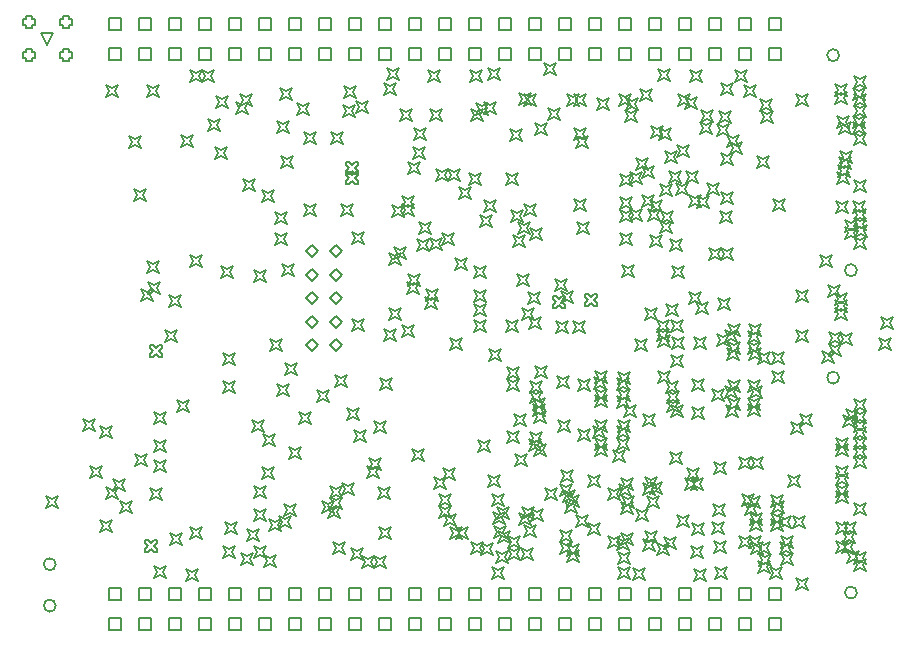
<source format=gbr>
%TF.GenerationSoftware,Altium Limited,Altium Designer,25.3.3 (18)*%
G04 Layer_Color=2752767*
%FSLAX45Y45*%
%MOMM*%
%TF.SameCoordinates,5572F933-5C96-4131-A983-9EF7CB378A5A*%
%TF.FilePolarity,Positive*%
%TF.FileFunction,Drawing*%
%TF.Part,Single*%
G01*
G75*
%TA.AperFunction,NonConductor*%
%ADD630C,0.12700*%
%ADD631C,0.16933*%
D630*
X3849200Y2548000D02*
X3900000Y2598800D01*
X3950800Y2548000D01*
X3900000Y2497200D01*
X3849200Y2548000D01*
Y2748000D02*
X3900000Y2798800D01*
X3950800Y2748000D01*
X3900000Y2697200D01*
X3849200Y2748000D01*
Y2948000D02*
X3900000Y2998800D01*
X3950800Y2948000D01*
X3900000Y2897200D01*
X3849200Y2948000D01*
Y3148000D02*
X3900000Y3198800D01*
X3950800Y3148000D01*
X3900000Y3097200D01*
X3849200Y3148000D01*
Y3348000D02*
X3900000Y3398800D01*
X3950800Y3348000D01*
X3900000Y3297200D01*
X3849200Y3348000D01*
X3649200Y2548000D02*
X3700000Y2598800D01*
X3750800Y2548000D01*
X3700000Y2497200D01*
X3649200Y2548000D01*
Y2748000D02*
X3700000Y2798800D01*
X3750800Y2748000D01*
X3700000Y2697200D01*
X3649200Y2748000D01*
Y2948000D02*
X3700000Y2998800D01*
X3750800Y2948000D01*
X3700000Y2897200D01*
X3649200Y2948000D01*
Y3148000D02*
X3700000Y3198800D01*
X3750800Y3148000D01*
X3700000Y3097200D01*
X3649200Y3148000D01*
Y3348000D02*
X3700000Y3398800D01*
X3750800Y3348000D01*
X3700000Y3297200D01*
X3649200Y3348000D01*
X1981200Y139700D02*
Y241300D01*
X2082800D01*
Y139700D01*
X1981200D01*
X2235200D02*
Y241300D01*
X2336800D01*
Y139700D01*
X2235200D01*
X2489200D02*
Y241300D01*
X2590800D01*
Y139700D01*
X2489200D01*
X2743200D02*
Y241300D01*
X2844800D01*
Y139700D01*
X2743200D01*
X2997200D02*
Y241300D01*
X3098800D01*
Y139700D01*
X2997200D01*
X3251200D02*
Y241300D01*
X3352800D01*
Y139700D01*
X3251200D01*
X3505200D02*
Y241300D01*
X3606800D01*
Y139700D01*
X3505200D01*
X3759200D02*
Y241300D01*
X3860800D01*
Y139700D01*
X3759200D01*
X4013200D02*
Y241300D01*
X4114800D01*
Y139700D01*
X4013200D01*
X4267200D02*
Y241300D01*
X4368800D01*
Y139700D01*
X4267200D01*
X4521200D02*
Y241300D01*
X4622800D01*
Y139700D01*
X4521200D01*
X4775200D02*
Y241300D01*
X4876800D01*
Y139700D01*
X4775200D01*
X5029200D02*
Y241300D01*
X5130800D01*
Y139700D01*
X5029200D01*
X5283200D02*
Y241300D01*
X5384800D01*
Y139700D01*
X5283200D01*
X5537200D02*
Y241300D01*
X5638800D01*
Y139700D01*
X5537200D01*
X5791200D02*
Y241300D01*
X5892800D01*
Y139700D01*
X5791200D01*
X6045200D02*
Y241300D01*
X6146800D01*
Y139700D01*
X6045200D01*
X6299200D02*
Y241300D01*
X6400800D01*
Y139700D01*
X6299200D01*
X6553200D02*
Y241300D01*
X6654800D01*
Y139700D01*
X6553200D01*
X6807200D02*
Y241300D01*
X6908800D01*
Y139700D01*
X6807200D01*
X7061200D02*
Y241300D01*
X7162800D01*
Y139700D01*
X7061200D01*
X7315200D02*
Y241300D01*
X7416800D01*
Y139700D01*
X7315200D01*
X7569200D02*
Y241300D01*
X7670800D01*
Y139700D01*
X7569200D01*
X1981200Y393700D02*
Y495300D01*
X2082800D01*
Y393700D01*
X1981200D01*
X2235200D02*
Y495300D01*
X2336800D01*
Y393700D01*
X2235200D01*
X2489200D02*
Y495300D01*
X2590800D01*
Y393700D01*
X2489200D01*
X2743200D02*
Y495300D01*
X2844800D01*
Y393700D01*
X2743200D01*
X2997200D02*
Y495300D01*
X3098800D01*
Y393700D01*
X2997200D01*
X3251200D02*
Y495300D01*
X3352800D01*
Y393700D01*
X3251200D01*
X3505200D02*
Y495300D01*
X3606800D01*
Y393700D01*
X3505200D01*
X3759200D02*
Y495300D01*
X3860800D01*
Y393700D01*
X3759200D01*
X4013200D02*
Y495300D01*
X4114800D01*
Y393700D01*
X4013200D01*
X4267200D02*
Y495300D01*
X4368800D01*
Y393700D01*
X4267200D01*
X4521200D02*
Y495300D01*
X4622800D01*
Y393700D01*
X4521200D01*
X4775200D02*
Y495300D01*
X4876800D01*
Y393700D01*
X4775200D01*
X5029200D02*
Y495300D01*
X5130800D01*
Y393700D01*
X5029200D01*
X5283200D02*
Y495300D01*
X5384800D01*
Y393700D01*
X5283200D01*
X5537200D02*
Y495300D01*
X5638800D01*
Y393700D01*
X5537200D01*
X5791200D02*
Y495300D01*
X5892800D01*
Y393700D01*
X5791200D01*
X6045200D02*
Y495300D01*
X6146800D01*
Y393700D01*
X6045200D01*
X6299200D02*
Y495300D01*
X6400800D01*
Y393700D01*
X6299200D01*
X6553200D02*
Y495300D01*
X6654800D01*
Y393700D01*
X6553200D01*
X6807200D02*
Y495300D01*
X6908800D01*
Y393700D01*
X6807200D01*
X7061200D02*
Y495300D01*
X7162800D01*
Y393700D01*
X7061200D01*
X7315200D02*
Y495300D01*
X7416800D01*
Y393700D01*
X7315200D01*
X7569200D02*
Y495300D01*
X7670800D01*
Y393700D01*
X7569200D01*
X1981200Y4965700D02*
Y5067300D01*
X2082800D01*
Y4965700D01*
X1981200D01*
X2235200D02*
Y5067300D01*
X2336800D01*
Y4965700D01*
X2235200D01*
X2489200D02*
Y5067300D01*
X2590800D01*
Y4965700D01*
X2489200D01*
X2743200D02*
Y5067300D01*
X2844800D01*
Y4965700D01*
X2743200D01*
X2997200D02*
Y5067300D01*
X3098800D01*
Y4965700D01*
X2997200D01*
X3251200D02*
Y5067300D01*
X3352800D01*
Y4965700D01*
X3251200D01*
X3505200D02*
Y5067300D01*
X3606800D01*
Y4965700D01*
X3505200D01*
X3759200D02*
Y5067300D01*
X3860800D01*
Y4965700D01*
X3759200D01*
X4013200D02*
Y5067300D01*
X4114800D01*
Y4965700D01*
X4013200D01*
X4267200D02*
Y5067300D01*
X4368800D01*
Y4965700D01*
X4267200D01*
X4521200D02*
Y5067300D01*
X4622800D01*
Y4965700D01*
X4521200D01*
X4775200D02*
Y5067300D01*
X4876800D01*
Y4965700D01*
X4775200D01*
X5029200D02*
Y5067300D01*
X5130800D01*
Y4965700D01*
X5029200D01*
X5283200D02*
Y5067300D01*
X5384800D01*
Y4965700D01*
X5283200D01*
X5537200D02*
Y5067300D01*
X5638800D01*
Y4965700D01*
X5537200D01*
X5791200D02*
Y5067300D01*
X5892800D01*
Y4965700D01*
X5791200D01*
X6045200D02*
Y5067300D01*
X6146800D01*
Y4965700D01*
X6045200D01*
X6299200D02*
Y5067300D01*
X6400800D01*
Y4965700D01*
X6299200D01*
X6553200D02*
Y5067300D01*
X6654800D01*
Y4965700D01*
X6553200D01*
X6807200D02*
Y5067300D01*
X6908800D01*
Y4965700D01*
X6807200D01*
X7061200D02*
Y5067300D01*
X7162800D01*
Y4965700D01*
X7061200D01*
X7315200D02*
Y5067300D01*
X7416800D01*
Y4965700D01*
X7315200D01*
X7569200D02*
Y5067300D01*
X7670800D01*
Y4965700D01*
X7569200D01*
X1981200Y5219700D02*
Y5321300D01*
X2082800D01*
Y5219700D01*
X1981200D01*
X2235200D02*
Y5321300D01*
X2336800D01*
Y5219700D01*
X2235200D01*
X2489200D02*
Y5321300D01*
X2590800D01*
Y5219700D01*
X2489200D01*
X2743200D02*
Y5321300D01*
X2844800D01*
Y5219700D01*
X2743200D01*
X2997200D02*
Y5321300D01*
X3098800D01*
Y5219700D01*
X2997200D01*
X3251200D02*
Y5321300D01*
X3352800D01*
Y5219700D01*
X3251200D01*
X3505200D02*
Y5321300D01*
X3606800D01*
Y5219700D01*
X3505200D01*
X3759200D02*
Y5321300D01*
X3860800D01*
Y5219700D01*
X3759200D01*
X4013200D02*
Y5321300D01*
X4114800D01*
Y5219700D01*
X4013200D01*
X4267200D02*
Y5321300D01*
X4368800D01*
Y5219700D01*
X4267200D01*
X4521200D02*
Y5321300D01*
X4622800D01*
Y5219700D01*
X4521200D01*
X4775200D02*
Y5321300D01*
X4876800D01*
Y5219700D01*
X4775200D01*
X5029200D02*
Y5321300D01*
X5130800D01*
Y5219700D01*
X5029200D01*
X5283200D02*
Y5321300D01*
X5384800D01*
Y5219700D01*
X5283200D01*
X5537200D02*
Y5321300D01*
X5638800D01*
Y5219700D01*
X5537200D01*
X5791200D02*
Y5321300D01*
X5892800D01*
Y5219700D01*
X5791200D01*
X6045200D02*
Y5321300D01*
X6146800D01*
Y5219700D01*
X6045200D01*
X6299200D02*
Y5321300D01*
X6400800D01*
Y5219700D01*
X6299200D01*
X6553200D02*
Y5321300D01*
X6654800D01*
Y5219700D01*
X6553200D01*
X6807200D02*
Y5321300D01*
X6908800D01*
Y5219700D01*
X6807200D01*
X7061200D02*
Y5321300D01*
X7162800D01*
Y5219700D01*
X7061200D01*
X7315200D02*
Y5321300D01*
X7416800D01*
Y5219700D01*
X7315200D01*
X7569200D02*
Y5321300D01*
X7670800D01*
Y5219700D01*
X7569200D01*
X1460500Y5092700D02*
X1409700Y5194300D01*
X1511300D01*
X1460500Y5092700D01*
X2329867Y1236723D02*
X2355267Y1287523D01*
X2329867Y1338323D01*
X2380667Y1312923D01*
X2431467Y1338323D01*
X2406067Y1287523D01*
X2431467Y1236723D01*
X2380667Y1262123D01*
X2329867Y1236723D01*
X8518385Y2686575D02*
X8543785Y2737375D01*
X8518385Y2788175D01*
X8569185Y2762775D01*
X8619985Y2788175D01*
X8594585Y2737375D01*
X8619985Y2686575D01*
X8569185Y2711975D01*
X8518385Y2686575D01*
X8501700Y2508939D02*
X8527100Y2559739D01*
X8501700Y2610539D01*
X8552500Y2585139D01*
X8603300Y2610539D01*
X8577900Y2559739D01*
X8603300Y2508939D01*
X8552500Y2534339D01*
X8501700Y2508939D01*
X5589165Y4332066D02*
X5614565Y4382866D01*
X5589165Y4433666D01*
X5639965Y4408266D01*
X5690765Y4433666D01*
X5665365Y4382866D01*
X5690765Y4332066D01*
X5639965Y4357466D01*
X5589165Y4332066D01*
X5388390Y3593482D02*
X5413790Y3644282D01*
X5388390Y3695082D01*
X5439190Y3669682D01*
X5489990Y3695082D01*
X5464590Y3644282D01*
X5489990Y3593482D01*
X5439190Y3618882D01*
X5388390Y3593482D01*
X5492387Y3643852D02*
X5517787Y3694652D01*
X5492387Y3745452D01*
X5543187Y3720052D01*
X5593987Y3745452D01*
X5568587Y3694652D01*
X5593987Y3643852D01*
X5543187Y3669252D01*
X5492387Y3643852D01*
X6519200Y1329200D02*
X6544600Y1380000D01*
X6519200Y1430800D01*
X6570000Y1405400D01*
X6620800Y1430800D01*
X6595400Y1380000D01*
X6620800Y1329200D01*
X6570000Y1354600D01*
X6519200Y1329200D01*
X6858661Y1322597D02*
X6884061Y1373397D01*
X6858661Y1424197D01*
X6909461Y1398797D01*
X6960261Y1424197D01*
X6934861Y1373397D01*
X6960261Y1322597D01*
X6909461Y1347997D01*
X6858661Y1322597D01*
X4548694Y1569181D02*
X4574094Y1619981D01*
X4548694Y1670781D01*
X4599494Y1645381D01*
X4650294Y1670781D01*
X4624894Y1619981D01*
X4650294Y1569181D01*
X4599494Y1594581D01*
X4548694Y1569181D01*
X4459200Y2619200D02*
X4484600Y2670000D01*
X4459200Y2720800D01*
X4510000Y2695400D01*
X4560800Y2720800D01*
X4535400Y2670000D01*
X4560800Y2619200D01*
X4510000Y2644600D01*
X4459200Y2619200D01*
X2299200Y3159200D02*
X2324600Y3210000D01*
X2299200Y3260800D01*
X2350000Y3235400D01*
X2400800Y3260800D01*
X2375400Y3210000D01*
X2400800Y3159200D01*
X2350000Y3184600D01*
X2299200Y3159200D01*
X8285572Y633979D02*
X8310972Y684779D01*
X8285572Y735579D01*
X8336372Y710179D01*
X8387172Y735579D01*
X8361772Y684779D01*
X8387172Y633979D01*
X8336372Y659379D01*
X8285572Y633979D01*
X3899200Y2199200D02*
X3924600Y2250000D01*
X3899200Y2300800D01*
X3950000Y2275400D01*
X4000800Y2300800D01*
X3975400Y2250000D01*
X4000800Y2199200D01*
X3950000Y2224600D01*
X3899200Y2199200D01*
X3744290Y2066855D02*
X3769690Y2117655D01*
X3744290Y2168455D01*
X3795090Y2143055D01*
X3845890Y2168455D01*
X3820490Y2117655D01*
X3845890Y2066855D01*
X3795090Y2092255D01*
X3744290Y2066855D01*
X3957648Y1283583D02*
X3983048Y1334383D01*
X3957648Y1385183D01*
X4008448Y1359783D01*
X4059248Y1385183D01*
X4033848Y1334383D01*
X4059248Y1283583D01*
X4008448Y1308983D01*
X3957648Y1283583D01*
X4058613Y1728207D02*
X4084013Y1779007D01*
X4058613Y1829807D01*
X4109413Y1804407D01*
X4160213Y1829807D01*
X4134813Y1779007D01*
X4160213Y1728207D01*
X4109413Y1753607D01*
X4058613Y1728207D01*
X5040711Y4775974D02*
X5066111Y4826774D01*
X5040711Y4877574D01*
X5091511Y4852174D01*
X5142311Y4877574D01*
X5116911Y4826774D01*
X5142311Y4775974D01*
X5091511Y4801374D01*
X5040711Y4775974D01*
X4680407Y4776746D02*
X4705807Y4827546D01*
X4680407Y4878346D01*
X4731207Y4852946D01*
X4782007Y4878346D01*
X4756607Y4827546D01*
X4782007Y4776746D01*
X4731207Y4802146D01*
X4680407Y4776746D01*
X5918254Y4575103D02*
X5943654Y4625903D01*
X5918254Y4676703D01*
X5969054Y4651303D01*
X6019854Y4676703D01*
X5994454Y4625903D01*
X6019854Y4575103D01*
X5969054Y4600503D01*
X5918254Y4575103D01*
X6533157Y1172266D02*
X6558557Y1223066D01*
X6533157Y1273866D01*
X6583957Y1248466D01*
X6634757Y1273866D01*
X6609357Y1223066D01*
X6634757Y1172266D01*
X6583957Y1197666D01*
X6533157Y1172266D01*
X3389200Y3579200D02*
X3414600Y3630000D01*
X3389200Y3680800D01*
X3440000Y3655400D01*
X3490800Y3680800D01*
X3465400Y3630000D01*
X3490800Y3579200D01*
X3440000Y3604600D01*
X3389200Y3579200D01*
X2949200Y2149200D02*
X2974600Y2200000D01*
X2949200Y2250800D01*
X3000000Y2225400D01*
X3050800Y2250800D01*
X3025400Y2200000D01*
X3050800Y2149200D01*
X3000000Y2174600D01*
X2949200Y2149200D01*
Y2379200D02*
X2974600Y2430000D01*
X2949200Y2480800D01*
X3000000Y2455400D01*
X3050800Y2480800D01*
X3025400Y2430000D01*
X3050800Y2379200D01*
X3000000Y2404600D01*
X2949200Y2379200D01*
X2359200Y1879200D02*
X2384600Y1930000D01*
X2359200Y1980800D01*
X2410000Y1955400D01*
X2460800Y1980800D01*
X2435400Y1930000D01*
X2460800Y1879200D01*
X2410000Y1904600D01*
X2359200Y1879200D01*
Y1649200D02*
X2384600Y1700000D01*
X2359200Y1750800D01*
X2410000Y1725400D01*
X2460800Y1750800D01*
X2435400Y1700000D01*
X2460800Y1649200D01*
X2410000Y1674600D01*
X2359200Y1649200D01*
X3503438Y1586918D02*
X3528838Y1637718D01*
X3503438Y1688518D01*
X3554238Y1663118D01*
X3605038Y1688518D01*
X3579638Y1637718D01*
X3605038Y1586918D01*
X3554238Y1612318D01*
X3503438Y1586918D01*
X6930859Y2513987D02*
X6956259Y2564787D01*
X6930859Y2615587D01*
X6981659Y2590187D01*
X7032459Y2615587D01*
X7007059Y2564787D01*
X7032459Y2513987D01*
X6981659Y2539387D01*
X6930859Y2513987D01*
X6523914Y873015D02*
X6549314Y923815D01*
X6523914Y974615D01*
X6574714Y949215D01*
X6625514Y974615D01*
X6600114Y923815D01*
X6625514Y873015D01*
X6574714Y898415D01*
X6523914Y873015D01*
X5533481Y2685398D02*
X5558881Y2736198D01*
X5533481Y2786998D01*
X5584281Y2761598D01*
X5635081Y2786998D01*
X5609681Y2736198D01*
X5635081Y2685398D01*
X5584281Y2710798D01*
X5533481Y2685398D01*
X5195326Y2414241D02*
X5220726Y2465041D01*
X5195326Y2515841D01*
X5246126Y2490441D01*
X5296926Y2515841D01*
X5271526Y2465041D01*
X5296926Y2414241D01*
X5246126Y2439641D01*
X5195326Y2414241D01*
X4255854Y1247922D02*
X4281254Y1298722D01*
X4255854Y1349522D01*
X4306654Y1324122D01*
X4357454Y1349522D01*
X4332054Y1298722D01*
X4357454Y1247922D01*
X4306654Y1273322D01*
X4255854Y1247922D01*
X4169200Y1429200D02*
X4194600Y1480000D01*
X4169200Y1530800D01*
X4220000Y1505400D01*
X4270800Y1530800D01*
X4245400Y1480000D01*
X4270800Y1429200D01*
X4220000Y1454600D01*
X4169200Y1429200D01*
X4179200Y1489200D02*
X4204600Y1540000D01*
X4179200Y1590800D01*
X4230000Y1565400D01*
X4280800Y1590800D01*
X4255400Y1540000D01*
X4280800Y1489200D01*
X4230000Y1514600D01*
X4179200Y1489200D01*
X4279200Y2169200D02*
X4304600Y2220000D01*
X4279200Y2270800D01*
X4330000Y2245400D01*
X4380800Y2270800D01*
X4355400Y2220000D01*
X4380800Y2169200D01*
X4330000Y2194600D01*
X4279200Y2169200D01*
X5340699Y3903202D02*
X5366099Y3954002D01*
X5340699Y4004802D01*
X5391499Y3979402D01*
X5442299Y4004802D01*
X5416899Y3954002D01*
X5442299Y3903202D01*
X5391499Y3928602D01*
X5340699Y3903202D01*
X5350282Y2159689D02*
X5375682Y2210489D01*
X5350282Y2261289D01*
X5401082Y2235889D01*
X5451882Y2261289D01*
X5426482Y2210489D01*
X5451882Y2159689D01*
X5401082Y2185089D01*
X5350282Y2159689D01*
X5350688Y1720050D02*
X5376088Y1770850D01*
X5350688Y1821650D01*
X5401488Y1796250D01*
X5452288Y1821650D01*
X5426888Y1770850D01*
X5452288Y1720050D01*
X5401488Y1745450D01*
X5350688Y1720050D01*
X5344508Y2660669D02*
X5369908Y2711469D01*
X5344508Y2762269D01*
X5395308Y2736869D01*
X5446108Y2762269D01*
X5420708Y2711469D01*
X5446108Y2660669D01*
X5395308Y2686069D01*
X5344508Y2660669D01*
X4314002Y2582401D02*
X4339402Y2633201D01*
X4314002Y2684001D01*
X4364802Y2658601D01*
X4415602Y2684001D01*
X4390202Y2633201D01*
X4415602Y2582401D01*
X4364802Y2607801D01*
X4314002Y2582401D01*
X5109200Y1649200D02*
X5134600Y1700000D01*
X5109200Y1750800D01*
X5160000Y1725400D01*
X5210800Y1750800D01*
X5185400Y1700000D01*
X5210800Y1649200D01*
X5160000Y1674600D01*
X5109200Y1649200D01*
X5412922Y1865869D02*
X5438322Y1916669D01*
X5412922Y1967469D01*
X5463722Y1942069D01*
X5514522Y1967469D01*
X5489122Y1916669D01*
X5514522Y1865869D01*
X5463722Y1891269D01*
X5412922Y1865869D01*
X5581961Y1892820D02*
X5607361Y1943620D01*
X5581961Y1994420D01*
X5632761Y1969020D01*
X5683561Y1994420D01*
X5658161Y1943620D01*
X5683561Y1892820D01*
X5632761Y1918220D01*
X5581961Y1892820D01*
X4699200Y3359200D02*
X4724600Y3410000D01*
X4699200Y3460800D01*
X4750000Y3435400D01*
X4800800Y3460800D01*
X4775400Y3410000D01*
X4800800Y3359200D01*
X4750000Y3384600D01*
X4699200Y3359200D01*
X4799200Y3399200D02*
X4824600Y3450000D01*
X4799200Y3500800D01*
X4850000Y3475400D01*
X4900800Y3500800D01*
X4875400Y3450000D01*
X4900800Y3399200D01*
X4850000Y3424600D01*
X4799200Y3399200D01*
X4909200Y3189200D02*
X4934600Y3240000D01*
X4909200Y3290800D01*
X4960000Y3265400D01*
X5010800Y3290800D01*
X4985400Y3240000D01*
X5010800Y3189200D01*
X4960000Y3214600D01*
X4909200Y3189200D01*
X4915987Y905658D02*
X4941387Y956458D01*
X4915987Y1007258D01*
X4966787Y981858D01*
X5017587Y1007258D01*
X4992187Y956458D01*
X5017587Y905658D01*
X4966787Y931058D01*
X4915987Y905658D01*
X4393297Y3276017D02*
X4418697Y3326817D01*
X4393297Y3377617D01*
X4444097Y3352217D01*
X4494897Y3377617D01*
X4469497Y3326817D01*
X4494897Y3276017D01*
X4444097Y3301417D01*
X4393297Y3276017D01*
X3088676Y4573219D02*
X3114076Y4624019D01*
X3088676Y4674819D01*
X3139476Y4649419D01*
X3190276Y4674819D01*
X3164876Y4624019D01*
X3190276Y4573219D01*
X3139476Y4598619D01*
X3088676Y4573219D01*
X2876966Y4126272D02*
X2902366Y4177072D01*
X2876966Y4227872D01*
X2927766Y4202472D01*
X2978566Y4227872D01*
X2953166Y4177072D01*
X2978566Y4126272D01*
X2927766Y4151672D01*
X2876966Y4126272D01*
X3059200Y4509200D02*
X3084600Y4560000D01*
X3059200Y4610800D01*
X3110000Y4585400D01*
X3160800Y4610800D01*
X3135400Y4560000D01*
X3160800Y4509200D01*
X3110000Y4534600D01*
X3059200Y4509200D01*
X3209193Y3089194D02*
X3234593Y3139994D01*
X3209193Y3190794D01*
X3259993Y3165394D01*
X3310793Y3190794D01*
X3285393Y3139994D01*
X3310793Y3089194D01*
X3259993Y3114594D01*
X3209193Y3089194D01*
X2929200Y3119201D02*
X2954600Y3170001D01*
X2929200Y3220801D01*
X2980000Y3195401D01*
X3030800Y3220801D01*
X3005400Y3170001D01*
X3030800Y3119201D01*
X2980000Y3144601D01*
X2929200Y3119201D01*
X2887564Y4559019D02*
X2912964Y4609819D01*
X2887564Y4660619D01*
X2938364Y4635219D01*
X2989164Y4660619D01*
X2963764Y4609819D01*
X2989164Y4559019D01*
X2938364Y4584419D01*
X2887564Y4559019D01*
X3341700Y2499200D02*
X3367100Y2550000D01*
X3341700Y2600800D01*
X3392500Y2575400D01*
X3443300Y2600800D01*
X3417900Y2550000D01*
X3443300Y2499200D01*
X3392500Y2524600D01*
X3341700Y2499200D01*
X4038777Y3408128D02*
X4064177Y3458928D01*
X4038777Y3509728D01*
X4089577Y3484328D01*
X4140377Y3509728D01*
X4114977Y3458928D01*
X4140377Y3408128D01*
X4089577Y3433528D01*
X4038777Y3408128D01*
X3449075Y3131700D02*
X3474475Y3182500D01*
X3449075Y3233300D01*
X3499875Y3207900D01*
X3550675Y3233300D01*
X3525275Y3182500D01*
X3550675Y3131700D01*
X3499875Y3157100D01*
X3449075Y3131700D01*
X4039199Y2666700D02*
X4064599Y2717500D01*
X4039199Y2768300D01*
X4089999Y2742900D01*
X4140799Y2768300D01*
X4115399Y2717500D01*
X4140799Y2666700D01*
X4089999Y2692100D01*
X4039199Y2666700D01*
X3469200Y2299200D02*
X3494600Y2350000D01*
X3469200Y2400800D01*
X3520000Y2375400D01*
X3570800Y2400800D01*
X3545400Y2350000D01*
X3570800Y2299200D01*
X3520000Y2324600D01*
X3469200Y2299200D01*
X2559478Y1987134D02*
X2584878Y2037934D01*
X2559478Y2088734D01*
X2610278Y2063334D01*
X2661078Y2088734D01*
X2635678Y2037934D01*
X2661078Y1987134D01*
X2610278Y2012534D01*
X2559478Y1987134D01*
X3403059Y2118571D02*
X3428459Y2169371D01*
X3403059Y2220171D01*
X3453859Y2194771D01*
X3504659Y2220171D01*
X3479259Y2169371D01*
X3504659Y2118571D01*
X3453859Y2143971D01*
X3403059Y2118571D01*
X3997313Y1914087D02*
X4022713Y1964887D01*
X3997313Y2015687D01*
X4048113Y1990287D01*
X4098913Y2015687D01*
X4073513Y1964887D01*
X4098913Y1914087D01*
X4048113Y1939487D01*
X3997313Y1914087D01*
X3188778Y1815266D02*
X3214178Y1866066D01*
X3188778Y1916866D01*
X3239578Y1891466D01*
X3290378Y1916866D01*
X3264978Y1866066D01*
X3290378Y1815266D01*
X3239578Y1840666D01*
X3188778Y1815266D01*
X3849547Y1161474D02*
X3874947Y1212274D01*
X3849547Y1263074D01*
X3900347Y1237674D01*
X3951147Y1263074D01*
X3925747Y1212274D01*
X3951147Y1161474D01*
X3900347Y1186874D01*
X3849547Y1161474D01*
X3339200Y979200D02*
X3364600Y1030000D01*
X3339200Y1080800D01*
X3390000Y1055400D01*
X3440800Y1080800D01*
X3415400Y1030000D01*
X3440800Y979200D01*
X3390000Y1004600D01*
X3339200Y979200D01*
X2671276Y3212832D02*
X2696676Y3263632D01*
X2671276Y3314432D01*
X2722076Y3289032D01*
X2772876Y3314432D01*
X2747476Y3263632D01*
X2772876Y3212832D01*
X2722076Y3238232D01*
X2671276Y3212832D01*
X6956772Y3713673D02*
X6982172Y3764473D01*
X6956772Y3815273D01*
X7007572Y3789873D01*
X7058372Y3815273D01*
X7032972Y3764473D01*
X7058372Y3713673D01*
X7007572Y3739073D01*
X6956772Y3713673D01*
X6895011Y3717875D02*
X6920411Y3768675D01*
X6895011Y3819475D01*
X6945811Y3794075D01*
X6996611Y3819475D01*
X6971211Y3768675D01*
X6996611Y3717875D01*
X6945811Y3743275D01*
X6895011Y3717875D01*
X7600951Y3689525D02*
X7626351Y3740325D01*
X7600951Y3791125D01*
X7651751Y3765725D01*
X7702551Y3791125D01*
X7677151Y3740325D01*
X7702551Y3689525D01*
X7651751Y3714925D01*
X7600951Y3689525D01*
X6654911Y3584124D02*
X6680311Y3634924D01*
X6654911Y3685724D01*
X6705711Y3660324D01*
X6756511Y3685724D01*
X6731111Y3634924D01*
X6756511Y3584124D01*
X6705711Y3609524D01*
X6654911Y3584124D01*
X7157907Y3584083D02*
X7183307Y3634883D01*
X7157907Y3685683D01*
X7208707Y3660283D01*
X7259507Y3685683D01*
X7234107Y3634883D01*
X7259507Y3584083D01*
X7208707Y3609483D01*
X7157907Y3584083D01*
X7366479Y1113052D02*
X7391879Y1163852D01*
X7366479Y1214652D01*
X7417279Y1189252D01*
X7468079Y1214652D01*
X7442679Y1163852D01*
X7468079Y1113052D01*
X7417279Y1138452D01*
X7366479Y1113052D01*
X7403541Y830420D02*
X7428941Y881220D01*
X7403541Y932020D01*
X7454341Y906620D01*
X7505141Y932020D01*
X7479741Y881220D01*
X7505141Y830420D01*
X7454341Y855820D01*
X7403541Y830420D01*
X7478005Y783742D02*
X7503405Y834542D01*
X7478005Y885342D01*
X7528805Y859942D01*
X7579605Y885342D01*
X7554205Y834542D01*
X7579605Y783742D01*
X7528805Y809142D01*
X7478005Y783742D01*
X7481220Y682511D02*
X7506620Y733311D01*
X7481220Y784111D01*
X7532020Y758711D01*
X7582820Y784111D01*
X7557420Y733311D01*
X7582820Y682511D01*
X7532020Y707911D01*
X7481220Y682511D01*
X7477155Y625264D02*
X7502555Y676064D01*
X7477155Y726864D01*
X7527955Y701464D01*
X7578755Y726864D01*
X7553355Y676064D01*
X7578755Y625264D01*
X7527955Y650664D01*
X7477155Y625264D01*
X7316973Y830430D02*
X7342373Y881230D01*
X7316973Y932030D01*
X7367773Y906630D01*
X7418573Y932030D01*
X7393173Y881230D01*
X7418573Y830430D01*
X7367773Y855830D01*
X7316973Y830430D01*
X7337851Y1184412D02*
X7363251Y1235212D01*
X7337851Y1286012D01*
X7388651Y1260612D01*
X7439451Y1286012D01*
X7414051Y1235212D01*
X7439451Y1184412D01*
X7388651Y1209812D01*
X7337851Y1184412D01*
X8163119Y4338699D02*
X8188519Y4389499D01*
X8163119Y4440299D01*
X8213919Y4414899D01*
X8264719Y4440299D01*
X8239319Y4389499D01*
X8264719Y4338699D01*
X8213919Y4364099D01*
X8163119Y4338699D01*
X8174747Y4096472D02*
X8200147Y4147272D01*
X8174747Y4198072D01*
X8225547Y4172672D01*
X8276347Y4198072D01*
X8250947Y4147272D01*
X8276347Y4096472D01*
X8225547Y4121872D01*
X8174747Y4096472D01*
X8145210Y3915266D02*
X8170610Y3966066D01*
X8145210Y4016866D01*
X8196010Y3991466D01*
X8246810Y4016866D01*
X8221410Y3966066D01*
X8246810Y3915266D01*
X8196010Y3940666D01*
X8145210Y3915266D01*
X8154423Y3973976D02*
X8179823Y4024776D01*
X8154423Y4075576D01*
X8205223Y4050176D01*
X8256023Y4075576D01*
X8230623Y4024776D01*
X8256023Y3973976D01*
X8205223Y3999376D01*
X8154423Y3973976D01*
X8159200Y4039200D02*
X8184600Y4090000D01*
X8159200Y4140800D01*
X8210000Y4115400D01*
X8260800Y4140800D01*
X8235400Y4090000D01*
X8260800Y4039200D01*
X8210000Y4064600D01*
X8159200Y4039200D01*
X7599200Y1128533D02*
X7624600Y1179333D01*
X7599200Y1230133D01*
X7650000Y1204733D01*
X7700800Y1230133D01*
X7675400Y1179333D01*
X7700800Y1128533D01*
X7650000Y1153933D01*
X7599200Y1128533D01*
X6911554Y1326931D02*
X6936954Y1377731D01*
X6911554Y1428531D01*
X6962354Y1403131D01*
X7013154Y1428531D01*
X6987754Y1377731D01*
X7013154Y1326931D01*
X6962354Y1352331D01*
X6911554Y1326931D01*
X7729200Y1349200D02*
X7754600Y1400000D01*
X7729200Y1450800D01*
X7780000Y1425400D01*
X7830800Y1450800D01*
X7805400Y1400000D01*
X7830800Y1349200D01*
X7780000Y1374600D01*
X7729200Y1349200D01*
X6875087Y1407515D02*
X6900487Y1458315D01*
X6875087Y1509115D01*
X6925887Y1483715D01*
X6976687Y1509115D01*
X6951287Y1458315D01*
X6976687Y1407515D01*
X6925887Y1432915D01*
X6875087Y1407515D01*
X7658782Y783448D02*
X7684182Y834248D01*
X7658782Y885048D01*
X7709582Y859648D01*
X7760382Y885048D01*
X7734982Y834248D01*
X7760382Y783448D01*
X7709582Y808848D01*
X7658782Y783448D01*
X7587949Y977412D02*
X7613349Y1028212D01*
X7587949Y1079012D01*
X7638749Y1053612D01*
X7689549Y1079012D01*
X7664149Y1028212D01*
X7689549Y977412D01*
X7638749Y1002812D01*
X7587949Y977412D01*
X7388967Y1954411D02*
X7414367Y2005211D01*
X7388967Y2056011D01*
X7439767Y2030611D01*
X7490567Y2056011D01*
X7465167Y2005211D01*
X7490567Y1954411D01*
X7439767Y1979811D01*
X7388967Y1954411D01*
X7753498Y1794902D02*
X7778898Y1845702D01*
X7753498Y1896502D01*
X7804298Y1871102D01*
X7855098Y1896502D01*
X7829698Y1845702D01*
X7855098Y1794902D01*
X7804298Y1820302D01*
X7753498Y1794902D01*
X7394815Y2004762D02*
X7420215Y2055562D01*
X7394815Y2106362D01*
X7445615Y2080962D01*
X7496415Y2106362D01*
X7471015Y2055562D01*
X7496415Y2004762D01*
X7445615Y2030162D01*
X7394815Y2004762D01*
X7412288Y2104365D02*
X7437688Y2155165D01*
X7412288Y2205965D01*
X7463088Y2180565D01*
X7513888Y2205965D01*
X7488488Y2155165D01*
X7513888Y2104365D01*
X7463088Y2129765D01*
X7412288Y2104365D01*
X7389946Y2151700D02*
X7415346Y2202500D01*
X7389946Y2253300D01*
X7440746Y2227900D01*
X7491546Y2253300D01*
X7466146Y2202500D01*
X7491546Y2151700D01*
X7440746Y2177100D01*
X7389946Y2151700D01*
X7400713Y2423724D02*
X7426113Y2474524D01*
X7400713Y2525324D01*
X7451513Y2499924D01*
X7502313Y2525324D01*
X7476913Y2474524D01*
X7502313Y2423724D01*
X7451513Y2449124D01*
X7400713Y2423724D01*
X7392679Y2570949D02*
X7418079Y2621749D01*
X7392679Y2672549D01*
X7443479Y2647149D01*
X7494279Y2672549D01*
X7468879Y2621749D01*
X7494279Y2570949D01*
X7443479Y2596349D01*
X7392679Y2570949D01*
X6284569Y2014196D02*
X6309969Y2064996D01*
X6284569Y2115796D01*
X6335369Y2090396D01*
X6386169Y2115796D01*
X6360769Y2064996D01*
X6386169Y2014196D01*
X6335369Y2039596D01*
X6284569Y2014196D01*
X6279200Y2169200D02*
X6304600Y2220000D01*
X6279200Y2270800D01*
X6330000Y2245400D01*
X6380800Y2270800D01*
X6355400Y2220000D01*
X6380800Y2169200D01*
X6330000Y2194600D01*
X6279200Y2169200D01*
X6291877Y2217566D02*
X6317277Y2268366D01*
X6291877Y2319166D01*
X6342677Y2293766D01*
X6393477Y2319166D01*
X6368077Y2268366D01*
X6393477Y2217566D01*
X6342677Y2242966D01*
X6291877Y2217566D01*
X6741948Y2367206D02*
X6767348Y2418006D01*
X6741948Y2468806D01*
X6792748Y2443406D01*
X6843548Y2468806D01*
X6818148Y2418006D01*
X6843548Y2367206D01*
X6792748Y2392606D01*
X6741948Y2367206D01*
X6287242Y1816257D02*
X6312642Y1867057D01*
X6287242Y1917857D01*
X6338042Y1892457D01*
X6388842Y1917857D01*
X6363442Y1867057D01*
X6388842Y1816257D01*
X6338042Y1841657D01*
X6287242Y1816257D01*
X6280419Y1764152D02*
X6305819Y1814952D01*
X6280419Y1865752D01*
X6331219Y1840352D01*
X6382019Y1865752D01*
X6356619Y1814952D01*
X6382019Y1764152D01*
X6331219Y1789552D01*
X6280419Y1764152D01*
X6499567Y1869916D02*
X6524967Y1920716D01*
X6499567Y1971516D01*
X6550367Y1946116D01*
X6601167Y1971516D01*
X6575767Y1920716D01*
X6601167Y1869916D01*
X6550367Y1895316D01*
X6499567Y1869916D01*
X6341072Y1944971D02*
X6366472Y1995771D01*
X6341072Y2046571D01*
X6391872Y2021171D01*
X6442672Y2046571D01*
X6417272Y1995771D01*
X6442672Y1944971D01*
X6391872Y1970371D01*
X6341072Y1944971D01*
X6439200Y2499200D02*
X6464600Y2550000D01*
X6439200Y2600800D01*
X6490000Y2575400D01*
X6540800Y2600800D01*
X6515400Y2550000D01*
X6540800Y2499200D01*
X6490000Y2524600D01*
X6439200Y2499200D01*
X5452202Y1024800D02*
X5477602Y1075600D01*
X5452202Y1126400D01*
X5503002Y1101000D01*
X5553802Y1126400D01*
X5528402Y1075600D01*
X5553802Y1024800D01*
X5503002Y1050200D01*
X5452202Y1024800D01*
X6249200Y1559200D02*
X6274600Y1610000D01*
X6249200Y1660800D01*
X6300000Y1635400D01*
X6350800Y1660800D01*
X6325400Y1610000D01*
X6350800Y1559200D01*
X6300000Y1584600D01*
X6249200Y1559200D01*
X6499980Y1277425D02*
X6525380Y1328225D01*
X6499980Y1379025D01*
X6550780Y1353625D01*
X6601580Y1379025D01*
X6576180Y1328225D01*
X6601580Y1277425D01*
X6550780Y1302825D01*
X6499980Y1277425D01*
X6315843Y1124264D02*
X6341243Y1175064D01*
X6315843Y1225864D01*
X6366643Y1200464D01*
X6417443Y1225864D01*
X6392043Y1175064D01*
X6417443Y1124264D01*
X6366643Y1149664D01*
X6315843Y1124264D01*
X6440186Y1061019D02*
X6465586Y1111819D01*
X6440186Y1162619D01*
X6490986Y1137219D01*
X6541786Y1162619D01*
X6516386Y1111819D01*
X6541786Y1061019D01*
X6490986Y1086419D01*
X6440186Y1061019D01*
X6499200Y809200D02*
X6524600Y860000D01*
X6499200Y910800D01*
X6550000Y885400D01*
X6600800Y910800D01*
X6575400Y860000D01*
X6600800Y809200D01*
X6550000Y834600D01*
X6499200Y809200D01*
X6617293Y777580D02*
X6642693Y828380D01*
X6617293Y879180D01*
X6668093Y853780D01*
X6718893Y879180D01*
X6693493Y828380D01*
X6718893Y777580D01*
X6668093Y802980D01*
X6617293Y777580D01*
X5359200Y829200D02*
X5384600Y880000D01*
X5359200Y930800D01*
X5410000Y905400D01*
X5460800Y930800D01*
X5435400Y880000D01*
X5460800Y829200D01*
X5410000Y854600D01*
X5359200Y829200D01*
X6419071Y560593D02*
X6444471Y611393D01*
X6419071Y662193D01*
X6469871Y636793D01*
X6520671Y662193D01*
X6495271Y611393D01*
X6520671Y560593D01*
X6469871Y585993D01*
X6419071Y560593D01*
X7579200Y569200D02*
X7604600Y620000D01*
X7579200Y670800D01*
X7630000Y645400D01*
X7680800Y670800D01*
X7655400Y620000D01*
X7680800Y569200D01*
X7630000Y594600D01*
X7579200Y569200D01*
X6930810Y550244D02*
X6956210Y601044D01*
X6930810Y651844D01*
X6981610Y626444D01*
X7032410Y651844D01*
X7007010Y601044D01*
X7032410Y550244D01*
X6981610Y575644D01*
X6930810Y550244D01*
X7108278Y573407D02*
X7133678Y624207D01*
X7108278Y675007D01*
X7159078Y649607D01*
X7209878Y675007D01*
X7184478Y624207D01*
X7209878Y573407D01*
X7159078Y598807D01*
X7108278Y573407D01*
X6543471Y3602451D02*
X6568871Y3653251D01*
X6543471Y3704051D01*
X6594271Y3678651D01*
X6645071Y3704051D01*
X6619671Y3653251D01*
X6645071Y3602451D01*
X6594271Y3627851D01*
X6543471Y3602451D01*
X6780796Y3819200D02*
X6806196Y3870000D01*
X6780796Y3920800D01*
X6831596Y3895400D01*
X6882396Y3920800D01*
X6856996Y3870000D01*
X6882396Y3819200D01*
X6831596Y3844600D01*
X6780796Y3819200D01*
X6729200Y3349200D02*
X6754600Y3400000D01*
X6729200Y3450800D01*
X6780000Y3425400D01*
X6830800Y3450800D01*
X6805400Y3400000D01*
X6830800Y3349200D01*
X6780000Y3374600D01*
X6729200Y3349200D01*
X8131343Y2764023D02*
X8156743Y2814823D01*
X8131343Y2865623D01*
X8182143Y2840223D01*
X8232943Y2865623D01*
X8207543Y2814823D01*
X8232943Y2764023D01*
X8182143Y2789423D01*
X8131343Y2764023D01*
X8172737Y2555559D02*
X8198137Y2606359D01*
X8172737Y2657159D01*
X8223537Y2631759D01*
X8274337Y2657159D01*
X8248937Y2606359D01*
X8274337Y2555559D01*
X8223537Y2580959D01*
X8172737Y2555559D01*
X8066749Y2955871D02*
X8092149Y3006671D01*
X8066749Y3057471D01*
X8117549Y3032071D01*
X8168349Y3057471D01*
X8142949Y3006671D01*
X8168349Y2955871D01*
X8117549Y2981271D01*
X8066749Y2955871D01*
X7159200Y3749200D02*
X7184600Y3800000D01*
X7159200Y3850800D01*
X7210000Y3825400D01*
X7260800Y3850800D01*
X7235400Y3800000D01*
X7260800Y3749200D01*
X7210000Y3774600D01*
X7159200Y3749200D01*
X7666962Y685735D02*
X7692362Y736535D01*
X7666962Y787335D01*
X7717762Y761935D01*
X7768562Y787335D01*
X7743162Y736535D01*
X7768562Y685735D01*
X7717762Y711135D01*
X7666962Y685735D01*
X3208897Y1065124D02*
X3234297Y1115924D01*
X3208897Y1166724D01*
X3259697Y1141324D01*
X3310497Y1166724D01*
X3285097Y1115924D01*
X3310497Y1065124D01*
X3259697Y1090524D01*
X3208897Y1065124D01*
X6889200Y2896700D02*
X6914600Y2947500D01*
X6889200Y2998300D01*
X6940000Y2972900D01*
X6990800Y2998300D01*
X6965400Y2947500D01*
X6990800Y2896700D01*
X6940000Y2922100D01*
X6889200Y2896700D01*
X7802118Y2911886D02*
X7827518Y2962686D01*
X7802118Y3013486D01*
X7852918Y2988086D01*
X7903718Y3013486D01*
X7878318Y2962686D01*
X7903718Y2911886D01*
X7852918Y2937286D01*
X7802118Y2911886D01*
X8130622Y2828177D02*
X8156022Y2878977D01*
X8130622Y2929777D01*
X8181422Y2904377D01*
X8232222Y2929777D01*
X8206822Y2878977D01*
X8232222Y2828177D01*
X8181422Y2853577D01*
X8130622Y2828177D01*
X8130430Y2894202D02*
X8155830Y2945002D01*
X8130430Y2995802D01*
X8181230Y2970402D01*
X8232030Y2995802D01*
X8206630Y2945002D01*
X8232030Y2894202D01*
X8181230Y2919602D01*
X8130430Y2894202D01*
X7798978Y2581025D02*
X7824378Y2631825D01*
X7798978Y2682625D01*
X7849778Y2657225D01*
X7900578Y2682625D01*
X7875178Y2631825D01*
X7900578Y2581025D01*
X7849778Y2606425D01*
X7798978Y2581025D01*
X7829200Y1869200D02*
X7854600Y1920000D01*
X7829200Y1970800D01*
X7880000Y1945400D01*
X7930800Y1970800D01*
X7905400Y1920000D01*
X7930800Y1869200D01*
X7880000Y1894600D01*
X7829200Y1869200D01*
X7599200Y2229200D02*
X7624600Y2280000D01*
X7599200Y2330800D01*
X7650000Y2305400D01*
X7700800Y2330800D01*
X7675400Y2280000D01*
X7700800Y2229200D01*
X7650000Y2254600D01*
X7599200Y2229200D01*
Y2394200D02*
X7624600Y2445000D01*
X7599200Y2495800D01*
X7650000Y2470400D01*
X7700800Y2495800D01*
X7675400Y2445000D01*
X7700800Y2394200D01*
X7650000Y2419600D01*
X7599200Y2394200D01*
X7478312Y2393993D02*
X7503712Y2444793D01*
X7478312Y2495593D01*
X7529112Y2470193D01*
X7579912Y2495593D01*
X7554512Y2444793D01*
X7579912Y2393993D01*
X7529112Y2419393D01*
X7478312Y2393993D01*
X8080239Y2559396D02*
X8105639Y2610196D01*
X8080239Y2660996D01*
X8131039Y2635596D01*
X8181839Y2660996D01*
X8156439Y2610196D01*
X8181839Y2559396D01*
X8131039Y2584796D01*
X8080239Y2559396D01*
X8019200Y2399200D02*
X8044600Y2450000D01*
X8019200Y2500800D01*
X8070000Y2475400D01*
X8120800Y2500800D01*
X8095400Y2450000D01*
X8120800Y2399200D01*
X8070000Y2424600D01*
X8019200Y2399200D01*
X8079200Y2459200D02*
X8104600Y2510000D01*
X8079200Y2560800D01*
X8130000Y2535400D01*
X8180800Y2560800D01*
X8155400Y2510000D01*
X8180800Y2459200D01*
X8130000Y2484600D01*
X8079200Y2459200D01*
X8289607Y1996335D02*
X8315007Y2047135D01*
X8289607Y2097935D01*
X8340407Y2072535D01*
X8391207Y2097935D01*
X8365807Y2047135D01*
X8391207Y1996335D01*
X8340407Y2021735D01*
X8289607Y1996335D01*
X8223277Y1909550D02*
X8248677Y1960350D01*
X8223277Y2011150D01*
X8274077Y1985750D01*
X8324877Y2011150D01*
X8299477Y1960350D01*
X8324877Y1909550D01*
X8274077Y1934950D01*
X8223277Y1909550D01*
X8200191Y1859822D02*
X8225591Y1910622D01*
X8200191Y1961422D01*
X8250991Y1936022D01*
X8301791Y1961422D01*
X8276391Y1910622D01*
X8301791Y1859822D01*
X8250991Y1885222D01*
X8200191Y1859822D01*
X8293144Y1887375D02*
X8318544Y1938175D01*
X8293144Y1988975D01*
X8343944Y1963575D01*
X8394744Y1988975D01*
X8369344Y1938175D01*
X8394744Y1887375D01*
X8343944Y1912775D01*
X8293144Y1887375D01*
X8290106Y1818723D02*
X8315506Y1869523D01*
X8290106Y1920323D01*
X8340906Y1894923D01*
X8391706Y1920323D01*
X8366306Y1869523D01*
X8391706Y1818723D01*
X8340906Y1844123D01*
X8290106Y1818723D01*
X4449200Y4449200D02*
X4474600Y4500000D01*
X4449200Y4550800D01*
X4500000Y4525400D01*
X4550800Y4550800D01*
X4525400Y4500000D01*
X4550800Y4449200D01*
X4500000Y4474600D01*
X4449200Y4449200D01*
X5050547Y4452203D02*
X5075947Y4503003D01*
X5050547Y4553803D01*
X5101347Y4528403D01*
X5152147Y4553803D01*
X5126747Y4503003D01*
X5152147Y4452203D01*
X5101347Y4477603D01*
X5050547Y4452203D01*
X4700547D02*
X4725947Y4503003D01*
X4700547Y4553803D01*
X4751347Y4528403D01*
X4802147Y4553803D01*
X4776747Y4503003D01*
X4802147Y4452203D01*
X4751347Y4477603D01*
X4700547Y4452203D01*
X4870547Y2512203D02*
X4895947Y2563003D01*
X4870547Y2613803D01*
X4921347Y2588403D01*
X4972147Y2613803D01*
X4946747Y2563003D01*
X4972147Y2512203D01*
X4921347Y2537603D01*
X4870547Y2512203D01*
X6281400Y813203D02*
X6306800Y864003D01*
X6281400Y914803D01*
X6332200Y889403D01*
X6383000Y914803D01*
X6357600Y864003D01*
X6383000Y813203D01*
X6332200Y838603D01*
X6281400Y813203D01*
X6680697Y825033D02*
X6706097Y875833D01*
X6680697Y926633D01*
X6731497Y901233D01*
X6782297Y926633D01*
X6756897Y875833D01*
X6782297Y825033D01*
X6731497Y850433D01*
X6680697Y825033D01*
X6292319Y693203D02*
X6317719Y744003D01*
X6292319Y794803D01*
X6343119Y769403D01*
X6393919Y794803D01*
X6368519Y744003D01*
X6393919Y693203D01*
X6343119Y718603D01*
X6292319Y693203D01*
X6288246Y568681D02*
X6313646Y619481D01*
X6288246Y670281D01*
X6339046Y644881D01*
X6389846Y670281D01*
X6364446Y619481D01*
X6389846Y568681D01*
X6339046Y594081D01*
X6288246Y568681D01*
X5578045Y1614097D02*
X5603445Y1664897D01*
X5578045Y1715697D01*
X5628845Y1690297D01*
X5679645Y1715697D01*
X5654245Y1664897D01*
X5679645Y1614097D01*
X5628845Y1639497D01*
X5578045Y1614097D01*
X5541289Y1652185D02*
X5566689Y1702985D01*
X5541289Y1753785D01*
X5592089Y1728385D01*
X5642889Y1753785D01*
X5617489Y1702985D01*
X5642889Y1652185D01*
X5592089Y1677585D01*
X5541289Y1652185D01*
X5590427Y2274089D02*
X5615827Y2324889D01*
X5590427Y2375689D01*
X5641227Y2350289D01*
X5692027Y2375689D01*
X5666627Y2324889D01*
X5692027Y2274089D01*
X5641227Y2299489D01*
X5590427Y2274089D01*
X5774460Y2185033D02*
X5799860Y2235833D01*
X5774460Y2286633D01*
X5825260Y2261233D01*
X5876060Y2286633D01*
X5850660Y2235833D01*
X5876060Y2185033D01*
X5825260Y2210433D01*
X5774460Y2185033D01*
X5569200Y1949200D02*
X5594600Y2000000D01*
X5569200Y2050800D01*
X5620000Y2025400D01*
X5670800Y2050800D01*
X5645400Y2000000D01*
X5670800Y1949200D01*
X5620000Y1974600D01*
X5569200Y1949200D01*
X5568486Y2003245D02*
X5593886Y2054045D01*
X5568486Y2104845D01*
X5619286Y2079445D01*
X5670086Y2104845D01*
X5644686Y2054045D01*
X5670086Y2003245D01*
X5619286Y2028645D01*
X5568486Y2003245D01*
X5931566Y4222259D02*
X5956966Y4273059D01*
X5931566Y4323859D01*
X5982366Y4298459D01*
X6033166Y4323859D01*
X6007766Y4273059D01*
X6033166Y4222259D01*
X5982366Y4247659D01*
X5931566Y4222259D01*
X7469856Y4048604D02*
X7495256Y4099404D01*
X7469856Y4150204D01*
X7520656Y4124804D01*
X7571456Y4150204D01*
X7546056Y4099404D01*
X7571456Y4048604D01*
X7520656Y4074004D01*
X7469856Y4048604D01*
X8131885Y4591487D02*
X8157285Y4642287D01*
X8131885Y4693087D01*
X8182685Y4667687D01*
X8233485Y4693087D01*
X8208085Y4642287D01*
X8233485Y4591487D01*
X8182685Y4616887D01*
X8131885Y4591487D01*
X5550065Y3442780D02*
X5575465Y3493579D01*
X5550065Y3544380D01*
X5600865Y3518980D01*
X5651665Y3544380D01*
X5626265Y3493579D01*
X5651665Y3442780D01*
X5600865Y3468180D01*
X5550065Y3442780D01*
X5939751Y3489129D02*
X5965151Y3539929D01*
X5939751Y3590729D01*
X5990551Y3565329D01*
X6041351Y3590729D01*
X6015951Y3539929D01*
X6041351Y3489129D01*
X5990551Y3514529D01*
X5939751Y3489129D01*
X5909245Y2655812D02*
X5934645Y2706612D01*
X5909245Y2757412D01*
X5960045Y2732012D01*
X6010845Y2757412D01*
X5985445Y2706612D01*
X6010845Y2655812D01*
X5960045Y2681212D01*
X5909245Y2655812D01*
X6522996Y2762668D02*
X6548396Y2813468D01*
X6522996Y2864268D01*
X6573796Y2838868D01*
X6624596Y2864268D01*
X6599196Y2813468D01*
X6624596Y2762668D01*
X6573796Y2788068D01*
X6522996Y2762668D01*
X7134989Y2848734D02*
X7160389Y2899534D01*
X7134989Y2950334D01*
X7185789Y2924934D01*
X7236589Y2950334D01*
X7211189Y2899534D01*
X7236589Y2848734D01*
X7185789Y2874134D01*
X7134989Y2848734D01*
X6743571Y2663835D02*
X6768971Y2714635D01*
X6743571Y2765435D01*
X6794371Y2740035D01*
X6845171Y2765435D01*
X6819771Y2714635D01*
X6845171Y2663835D01*
X6794371Y2689235D01*
X6743571Y2663835D01*
X6329200Y3129200D02*
X6354600Y3180000D01*
X6329200Y3230800D01*
X6380000Y3205400D01*
X6430800Y3230800D01*
X6405400Y3180000D01*
X6430800Y3129200D01*
X6380000Y3154600D01*
X6329200Y3129200D01*
X7214740Y4227322D02*
X7240140Y4278122D01*
X7214740Y4328922D01*
X7265540Y4303522D01*
X7316340Y4328922D01*
X7290940Y4278122D01*
X7316340Y4227322D01*
X7265540Y4252722D01*
X7214740Y4227322D01*
X6898295Y4777938D02*
X6923695Y4828738D01*
X6898295Y4879538D01*
X6949095Y4854138D01*
X6999895Y4879538D01*
X6974495Y4828738D01*
X6999895Y4777938D01*
X6949095Y4803338D01*
X6898295Y4777938D01*
X7278464Y4776395D02*
X7303864Y4827195D01*
X7278464Y4877995D01*
X7329264Y4852595D01*
X7380064Y4877995D01*
X7354664Y4827195D01*
X7380064Y4776395D01*
X7329264Y4801795D01*
X7278464Y4776395D01*
X7799200Y4579200D02*
X7824600Y4630000D01*
X7799200Y4680800D01*
X7850000Y4655400D01*
X7900800Y4680800D01*
X7875400Y4630000D01*
X7900800Y4579200D01*
X7850000Y4604600D01*
X7799200Y4579200D01*
X7132275Y2542918D02*
X7157675Y2593718D01*
X7132275Y2644518D01*
X7183075Y2619118D01*
X7233875Y2644518D01*
X7208475Y2593718D01*
X7233875Y2542918D01*
X7183075Y2568318D01*
X7132275Y2542918D01*
X7211944Y2423403D02*
X7237344Y2474203D01*
X7211944Y2525003D01*
X7262744Y2499603D01*
X7313544Y2525003D01*
X7288144Y2474203D01*
X7313544Y2423403D01*
X7262744Y2448803D01*
X7211944Y2423403D01*
X7200923Y2574081D02*
X7226323Y2624881D01*
X7200923Y2675681D01*
X7251723Y2650281D01*
X7302523Y2675681D01*
X7277123Y2624881D01*
X7302523Y2574081D01*
X7251723Y2599481D01*
X7200923Y2574081D01*
X7199833Y2103782D02*
X7225233Y2154582D01*
X7199833Y2205382D01*
X7250633Y2179982D01*
X7301433Y2205382D01*
X7276033Y2154582D01*
X7301433Y2103782D01*
X7250633Y2129182D01*
X7199833Y2103782D01*
X7206910Y1940596D02*
X7232310Y1991396D01*
X7206910Y2042196D01*
X7257710Y2016796D01*
X7308510Y2042196D01*
X7283110Y1991396D01*
X7308510Y1940596D01*
X7257710Y1965996D01*
X7206910Y1940596D01*
X6736856Y1941962D02*
X6762256Y1992762D01*
X6736856Y2043562D01*
X6787656Y2018162D01*
X6838456Y2043562D01*
X6813056Y1992762D01*
X6838456Y1941962D01*
X6787656Y1967362D01*
X6736856Y1941962D01*
X6099200Y1609200D02*
X6124600Y1660000D01*
X6099200Y1710800D01*
X6150000Y1685400D01*
X6200800Y1710800D01*
X6175400Y1660000D01*
X6200800Y1609200D01*
X6150000Y1634600D01*
X6099200Y1609200D01*
X6079451Y1764143D02*
X6104851Y1814943D01*
X6079451Y1865743D01*
X6130251Y1840343D01*
X6181051Y1865743D01*
X6155651Y1814943D01*
X6181051Y1764143D01*
X6130251Y1789543D01*
X6079451Y1764143D01*
X6096926Y1815023D02*
X6122326Y1865823D01*
X6096926Y1916623D01*
X6147726Y1891223D01*
X6198526Y1916623D01*
X6173126Y1865823D01*
X6198526Y1815023D01*
X6147726Y1840423D01*
X6096926Y1815023D01*
X6629200Y2229201D02*
X6654600Y2280001D01*
X6629200Y2330801D01*
X6680000Y2305401D01*
X6730800Y2330801D01*
X6705400Y2280001D01*
X6730800Y2229201D01*
X6680000Y2254601D01*
X6629200Y2229201D01*
X5935560Y1009916D02*
X5960960Y1060716D01*
X5935560Y1111516D01*
X5986360Y1086116D01*
X6037160Y1111516D01*
X6011760Y1060716D01*
X6037160Y1009916D01*
X5986360Y1035316D01*
X5935560Y1009916D01*
X6323329Y1174124D02*
X6348729Y1224924D01*
X6323329Y1275724D01*
X6374129Y1250324D01*
X6424929Y1275724D01*
X6399529Y1224924D01*
X6424929Y1174124D01*
X6374129Y1199524D01*
X6323329Y1174124D01*
X6302338Y1274306D02*
X6327738Y1325106D01*
X6302338Y1375906D01*
X6353138Y1350506D01*
X6403938Y1375906D01*
X6378538Y1325106D01*
X6403938Y1274306D01*
X6353138Y1299706D01*
X6302338Y1274306D01*
X5857797Y712730D02*
X5883197Y763530D01*
X5857797Y814330D01*
X5908597Y788930D01*
X5959397Y814330D01*
X5933997Y763530D01*
X5959397Y712730D01*
X5908597Y738130D01*
X5857797Y712730D01*
X7420372Y1503559D02*
X7445772Y1554359D01*
X7420372Y1605159D01*
X7471172Y1579759D01*
X7521972Y1605159D01*
X7496572Y1554359D01*
X7521972Y1503559D01*
X7471172Y1528959D01*
X7420372Y1503559D01*
X6727495Y1544843D02*
X6752895Y1595643D01*
X6727495Y1646443D01*
X6778295Y1621043D01*
X6829095Y1646443D01*
X6803695Y1595643D01*
X6829095Y1544843D01*
X6778295Y1570243D01*
X6727495Y1544843D01*
X7391689Y1172323D02*
X7417089Y1223123D01*
X7391689Y1273923D01*
X7442489Y1248523D01*
X7493289Y1273923D01*
X7467889Y1223123D01*
X7493289Y1172323D01*
X7442489Y1197723D01*
X7391689Y1172323D01*
X7408143Y1029129D02*
X7433543Y1079929D01*
X7408143Y1130729D01*
X7458943Y1105329D01*
X7509743Y1130729D01*
X7484343Y1079929D01*
X7509743Y1029129D01*
X7458943Y1054529D01*
X7408143Y1029129D01*
X7313407Y1497800D02*
X7338807Y1548600D01*
X7313407Y1599400D01*
X7364207Y1574000D01*
X7415007Y1599400D01*
X7389607Y1548600D01*
X7415007Y1497800D01*
X7364207Y1523200D01*
X7313407Y1497800D01*
X6920183Y942864D02*
X6945583Y993664D01*
X6920183Y1044464D01*
X6970983Y1019064D01*
X7021783Y1044464D01*
X6996383Y993664D01*
X7021783Y942864D01*
X6970983Y968264D01*
X6920183Y942864D01*
X6792636Y1006933D02*
X6818036Y1057733D01*
X6792636Y1108533D01*
X6843436Y1083133D01*
X6894236Y1108533D01*
X6868836Y1057733D01*
X6894236Y1006933D01*
X6843436Y1032333D01*
X6792636Y1006933D01*
X7419200Y779200D02*
X7444600Y830000D01*
X7419200Y880800D01*
X7470000Y855400D01*
X7520800Y880800D01*
X7495400Y830000D01*
X7520800Y779200D01*
X7470000Y804600D01*
X7419200Y779200D01*
X7406084Y976468D02*
X7431484Y1027268D01*
X7406084Y1078068D01*
X7456884Y1052668D01*
X7507684Y1078068D01*
X7482284Y1027268D01*
X7507684Y976468D01*
X7456884Y1001868D01*
X7406084Y976468D01*
X7769200Y999200D02*
X7794600Y1050000D01*
X7769200Y1100800D01*
X7820000Y1075400D01*
X7870800Y1100800D01*
X7845400Y1050000D01*
X7870800Y999200D01*
X7820000Y1024600D01*
X7769200Y999200D01*
X5843531Y1127651D02*
X5868931Y1178451D01*
X5843531Y1229251D01*
X5894331Y1203851D01*
X5945131Y1229251D01*
X5919731Y1178451D01*
X5945131Y1127651D01*
X5894331Y1153051D01*
X5843531Y1127651D01*
X5859906Y1178667D02*
X5885306Y1229467D01*
X5859906Y1280267D01*
X5910706Y1254867D01*
X5961506Y1280267D01*
X5936106Y1229467D01*
X5961506Y1178667D01*
X5910706Y1204067D01*
X5859906Y1178667D01*
X5829674Y1224644D02*
X5855074Y1275444D01*
X5829674Y1326244D01*
X5880474Y1300844D01*
X5931274Y1326244D01*
X5905874Y1275444D01*
X5931274Y1224644D01*
X5880474Y1250044D01*
X5829674Y1224644D01*
X5811553Y1395517D02*
X5836953Y1446317D01*
X5811553Y1497117D01*
X5862353Y1471717D01*
X5913153Y1497117D01*
X5887753Y1446317D01*
X5913153Y1395517D01*
X5862353Y1420917D01*
X5811553Y1395517D01*
X5669200Y1239200D02*
X5694600Y1290000D01*
X5669200Y1340800D01*
X5720000Y1315400D01*
X5770800Y1340800D01*
X5745400Y1290000D01*
X5770800Y1239200D01*
X5720000Y1264600D01*
X5669200Y1239200D01*
X5224276Y1190799D02*
X5249676Y1241599D01*
X5224276Y1292399D01*
X5275076Y1266999D01*
X5325876Y1292399D01*
X5300476Y1241599D01*
X5325876Y1190799D01*
X5275076Y1216199D01*
X5224276Y1190799D01*
X4772940Y1189334D02*
X4798340Y1240134D01*
X4772940Y1290934D01*
X4823740Y1265534D01*
X4874540Y1290934D01*
X4849140Y1240134D01*
X4874540Y1189334D01*
X4823740Y1214734D01*
X4772940Y1189334D01*
X4771617Y1089618D02*
X4797017Y1140418D01*
X4771617Y1191218D01*
X4822417Y1165818D01*
X4873217Y1191218D01*
X4847817Y1140418D01*
X4873217Y1089618D01*
X4822417Y1115018D01*
X4771617Y1089618D01*
X4819696Y1015089D02*
X4845096Y1065889D01*
X4819696Y1116689D01*
X4870496Y1091289D01*
X4921296Y1116689D01*
X4895896Y1065889D01*
X4921296Y1015089D01*
X4870496Y1040489D01*
X4819696Y1015089D01*
X4866030Y907741D02*
X4891430Y958541D01*
X4866030Y1009341D01*
X4916830Y983941D01*
X4967630Y1009341D01*
X4942230Y958541D01*
X4967630Y907741D01*
X4916830Y933141D01*
X4866030Y907741D01*
X5236768Y1035275D02*
X5262168Y1086075D01*
X5236768Y1136875D01*
X5287568Y1111475D01*
X5338368Y1136875D01*
X5312968Y1086075D01*
X5338368Y1035275D01*
X5287568Y1060675D01*
X5236768Y1035275D01*
X5269200Y1079200D02*
X5294600Y1130000D01*
X5269200Y1180800D01*
X5320000Y1155400D01*
X5370800Y1180800D01*
X5345400Y1130000D01*
X5370800Y1079200D01*
X5320000Y1104600D01*
X5269200Y1079200D01*
X5243587Y915275D02*
X5268987Y966075D01*
X5243587Y1016875D01*
X5294387Y991475D01*
X5345187Y1016875D01*
X5319787Y966075D01*
X5345187Y915275D01*
X5294387Y940675D01*
X5243587Y915275D01*
X5271054Y872696D02*
X5296454Y923496D01*
X5271054Y974296D01*
X5321854Y948896D01*
X5372654Y974296D01*
X5347254Y923496D01*
X5372654Y872696D01*
X5321854Y898096D01*
X5271054Y872696D01*
X5256734Y706466D02*
X5282134Y757266D01*
X5256734Y808066D01*
X5307534Y782666D01*
X5358334Y808066D01*
X5332934Y757266D01*
X5358334Y706466D01*
X5307534Y731866D01*
X5256734Y706466D01*
X3464875Y1104229D02*
X3490275Y1155029D01*
X3464875Y1205829D01*
X3515675Y1180429D01*
X3566475Y1205829D01*
X3541075Y1155029D01*
X3566475Y1104229D01*
X3515675Y1129629D01*
X3464875Y1104229D01*
X2629732Y549691D02*
X2655132Y600491D01*
X2629732Y651291D01*
X2680532Y625891D01*
X2731332Y651291D01*
X2705932Y600491D01*
X2731332Y549691D01*
X2680532Y575091D01*
X2629732Y549691D01*
X6092165Y2023673D02*
X6117565Y2074473D01*
X6092165Y2125273D01*
X6142965Y2099873D01*
X6193765Y2125273D01*
X6168365Y2074473D01*
X6193765Y2023673D01*
X6142965Y2049073D01*
X6092165Y2023673D01*
X6088520Y2175082D02*
X6113920Y2225882D01*
X6088520Y2276682D01*
X6139320Y2251282D01*
X6190120Y2276682D01*
X6164720Y2225882D01*
X6190120Y2175082D01*
X6139320Y2200482D01*
X6088520Y2175082D01*
X6100421Y2226114D02*
X6125821Y2276914D01*
X6100421Y2327714D01*
X6151221Y2302314D01*
X6202021Y2327714D01*
X6176621Y2276914D01*
X6202021Y2226114D01*
X6151221Y2251514D01*
X6100421Y2226114D01*
X6293572Y2074752D02*
X6318972Y2125552D01*
X6293572Y2176352D01*
X6344372Y2150952D01*
X6395172Y2176352D01*
X6369772Y2125552D01*
X6395172Y2074752D01*
X6344372Y2100152D01*
X6293572Y2074752D01*
X6619872Y2663262D02*
X6645272Y2714062D01*
X6619872Y2764862D01*
X6670672Y2739462D01*
X6721472Y2764862D01*
X6696072Y2714062D01*
X6721472Y2663262D01*
X6670672Y2688662D01*
X6619872Y2663262D01*
X7239200Y4169200D02*
X7264600Y4220000D01*
X7239200Y4270800D01*
X7290000Y4245400D01*
X7340800Y4270800D01*
X7315400Y4220000D01*
X7340800Y4169200D01*
X7290000Y4194600D01*
X7239200Y4169200D01*
X4809200Y1409200D02*
X4834600Y1460000D01*
X4809200Y1510800D01*
X4860000Y1485400D01*
X4910800Y1510800D01*
X4885400Y1460000D01*
X4910800Y1409200D01*
X4860000Y1434600D01*
X4809200Y1409200D01*
X5417370Y1528002D02*
X5442770Y1578802D01*
X5417370Y1629602D01*
X5468170Y1604202D01*
X5518970Y1629602D01*
X5493570Y1578802D01*
X5518970Y1528002D01*
X5468170Y1553402D01*
X5417370Y1528002D01*
X5921425Y3687384D02*
X5946825Y3738184D01*
X5921425Y3788984D01*
X5972225Y3763584D01*
X6023025Y3788984D01*
X5997625Y3738184D01*
X6023025Y3687384D01*
X5972225Y3712784D01*
X5921425Y3687384D01*
X7999200Y3209200D02*
X8024600Y3260000D01*
X7999200Y3310800D01*
X8050000Y3285400D01*
X8100800Y3310800D01*
X8075400Y3260000D01*
X8100800Y3209200D01*
X8050000Y3234600D01*
X7999200Y3209200D01*
X7799200Y479200D02*
X7824600Y530000D01*
X7799200Y580800D01*
X7850000Y555400D01*
X7900800Y580800D01*
X7875400Y530000D01*
X7900800Y479200D01*
X7850000Y504600D01*
X7799200Y479200D01*
X7091146Y954859D02*
X7116546Y1005659D01*
X7091146Y1056459D01*
X7141946Y1031059D01*
X7192746Y1056459D01*
X7167346Y1005659D01*
X7192746Y954859D01*
X7141946Y980259D01*
X7091146Y954859D01*
X4729200Y1329200D02*
X4754600Y1380000D01*
X4729200Y1430800D01*
X4780000Y1405400D01*
X4830800Y1430800D01*
X4805400Y1380000D01*
X4830800Y1329200D01*
X4780000Y1354600D01*
X4729200Y1329200D01*
X3292513Y667931D02*
X3317913Y718731D01*
X3292513Y769531D01*
X3343313Y744131D01*
X3394113Y769531D01*
X3368713Y718731D01*
X3394113Y667931D01*
X3343313Y693331D01*
X3292513Y667931D01*
X4268700Y908700D02*
X4294100Y959500D01*
X4268700Y1010300D01*
X4319500Y984900D01*
X4370300Y1010300D01*
X4344900Y959500D01*
X4370300Y908700D01*
X4319500Y934100D01*
X4268700Y908700D01*
X3850547Y1257853D02*
X3875947Y1308653D01*
X3850547Y1359453D01*
X3901347Y1334053D01*
X3952147Y1359453D01*
X3926747Y1308653D01*
X3952147Y1257853D01*
X3901347Y1283253D01*
X3850547Y1257853D01*
X3209539Y749779D02*
X3234939Y800579D01*
X3209539Y851379D01*
X3260339Y825979D01*
X3311139Y851379D01*
X3285739Y800579D01*
X3311139Y749779D01*
X3260339Y775179D01*
X3209539Y749779D01*
X3419200Y999200D02*
X3444600Y1050000D01*
X3419200Y1100800D01*
X3470000Y1075400D01*
X3520800Y1100800D01*
X3495400Y1050000D01*
X3520800Y999200D01*
X3470000Y1024600D01*
X3419200Y999200D01*
X3148047Y890588D02*
X3173447Y941388D01*
X3148047Y992188D01*
X3198847Y966788D01*
X3249647Y992188D01*
X3224247Y941388D01*
X3249647Y890588D01*
X3198847Y915988D01*
X3148047Y890588D01*
X2288769Y799200D02*
X2314169D01*
X2339569Y824600D01*
X2364969Y799200D01*
X2390369D01*
Y824600D01*
X2364969Y850000D01*
X2390369Y875400D01*
Y900800D01*
X2364969D01*
X2339569Y875400D01*
X2314169Y900800D01*
X2288769D01*
Y875400D01*
X2314169Y850000D01*
X2288769Y824600D01*
Y799200D01*
X2076280Y1132254D02*
X2101680Y1183054D01*
X2076280Y1233854D01*
X2127080Y1208454D01*
X2177880Y1233854D01*
X2152480Y1183054D01*
X2177880Y1132254D01*
X2127080Y1157654D01*
X2076280Y1132254D01*
X1909200Y1766592D02*
X1934600Y1817392D01*
X1909200Y1868192D01*
X1960000Y1842792D01*
X2010800Y1868192D01*
X1985400Y1817392D01*
X2010800Y1766592D01*
X1960000Y1791992D01*
X1909200Y1766592D01*
X5548922Y1717296D02*
X5574322Y1768096D01*
X5548922Y1818896D01*
X5599722Y1793496D01*
X5650522Y1818896D01*
X5625122Y1768096D01*
X5650522Y1717296D01*
X5599722Y1742696D01*
X5548922Y1717296D01*
X5547132Y2140987D02*
X5572532Y2191787D01*
X5547132Y2242587D01*
X5597932Y2217187D01*
X5648732Y2242587D01*
X5623332Y2191787D01*
X5648732Y2140987D01*
X5597932Y2166387D01*
X5547132Y2140987D01*
X5796536Y780070D02*
X5821936Y830870D01*
X5796536Y881670D01*
X5847336Y856270D01*
X5898136Y881670D01*
X5872736Y830870D01*
X5898136Y780070D01*
X5847336Y805470D01*
X5796536Y780070D01*
X5803527Y884873D02*
X5828927Y935673D01*
X5803527Y986473D01*
X5854327Y961073D01*
X5905127Y986473D01*
X5879727Y935673D01*
X5905127Y884873D01*
X5854327Y910273D01*
X5803527Y884873D01*
X5804199Y1274200D02*
X5829599Y1325000D01*
X5804199Y1375800D01*
X5854999Y1350400D01*
X5905799Y1375800D01*
X5880399Y1325000D01*
X5905799Y1274200D01*
X5854999Y1299600D01*
X5804199Y1274200D01*
X5951946Y1740109D02*
X5977346Y1790909D01*
X5951946Y1841709D01*
X6002746Y1816309D01*
X6053546Y1841709D01*
X6028146Y1790909D01*
X6053546Y1740109D01*
X6002746Y1765509D01*
X5951946Y1740109D01*
Y2159201D02*
X5977346Y2210001D01*
X5951946Y2260801D01*
X6002746Y2235401D01*
X6053546Y2260801D01*
X6028146Y2210001D01*
X6053546Y2159201D01*
X6002746Y2184601D01*
X5951946Y2159201D01*
X6912699Y744481D02*
X6938099Y795281D01*
X6912699Y846081D01*
X6963499Y820681D01*
X7014299Y846081D01*
X6988899Y795281D01*
X7014299Y744481D01*
X6963499Y769881D01*
X6912699Y744481D01*
X6699200Y2149200D02*
X6724600Y2200000D01*
X6699200Y2250800D01*
X6750000Y2225400D01*
X6800800Y2250800D01*
X6775400Y2200000D01*
X6800800Y2149200D01*
X6750000Y2174600D01*
X6699200Y2149200D01*
X6746700Y2515685D02*
X6772100Y2566485D01*
X6746700Y2617285D01*
X6797500Y2591885D01*
X6848300Y2617285D01*
X6822900Y2566485D01*
X6848300Y2515685D01*
X6797500Y2541085D01*
X6746700Y2515685D01*
X6699200Y2799200D02*
X6724600Y2850000D01*
X6699200Y2900800D01*
X6750000Y2875400D01*
X6800800Y2900800D01*
X6775400Y2850000D01*
X6800800Y2799200D01*
X6750000Y2824600D01*
X6699200Y2799200D01*
X6619200Y2589200D02*
X6644600Y2640000D01*
X6619200Y2690800D01*
X6670000Y2665400D01*
X6720800Y2690800D01*
X6695400Y2640000D01*
X6720800Y2589200D01*
X6670000Y2614600D01*
X6619200Y2589200D01*
X6631671Y2534449D02*
X6657071Y2585249D01*
X6631671Y2636049D01*
X6682471Y2610649D01*
X6733271Y2636049D01*
X6707871Y2585249D01*
X6733271Y2534449D01*
X6682471Y2559849D01*
X6631671Y2534449D01*
X7359200Y4649200D02*
X7384600Y4700000D01*
X7359200Y4750800D01*
X7410000Y4725400D01*
X7460800Y4750800D01*
X7435400Y4700000D01*
X7460800Y4649200D01*
X7410000Y4674600D01*
X7359200Y4649200D01*
X6862216Y4552216D02*
X6887616Y4603016D01*
X6862216Y4653816D01*
X6913016Y4628416D01*
X6963816Y4653816D01*
X6938416Y4603016D01*
X6963816Y4552216D01*
X6913016Y4577616D01*
X6862216Y4552216D01*
X5352861Y2264316D02*
X5378261Y2315116D01*
X5352861Y2365916D01*
X5403661Y2340516D01*
X5454461Y2365916D01*
X5429061Y2315116D01*
X5454461Y2264316D01*
X5403661Y2289716D01*
X5352861Y2264316D01*
X5071533Y2662276D02*
X5096933Y2713076D01*
X5071533Y2763876D01*
X5122333Y2738476D01*
X5173133Y2763876D01*
X5147733Y2713076D01*
X5173133Y2662276D01*
X5122333Y2687676D01*
X5071533Y2662276D01*
X2492768Y2869150D02*
X2518168Y2919950D01*
X2492768Y2970750D01*
X2543568Y2945350D01*
X2594368Y2970750D01*
X2568968Y2919950D01*
X2594368Y2869150D01*
X2543568Y2894550D01*
X2492768Y2869150D01*
X5764097Y2650933D02*
X5789497Y2701733D01*
X5764097Y2752533D01*
X5814897Y2727133D01*
X5865697Y2752533D01*
X5840297Y2701733D01*
X5865697Y2650933D01*
X5814897Y2676333D01*
X5764097Y2650933D01*
X5809188Y2909194D02*
X5834588Y2959994D01*
X5809188Y3010794D01*
X5859988Y2985394D01*
X5910788Y3010794D01*
X5885388Y2959994D01*
X5910788Y2909194D01*
X5859988Y2934594D01*
X5809188Y2909194D01*
X5194230Y1347308D02*
X5219630Y1398108D01*
X5194230Y1448908D01*
X5245030Y1423508D01*
X5295830Y1448908D01*
X5270430Y1398108D01*
X5295830Y1347308D01*
X5245030Y1372708D01*
X5194230Y1347308D01*
X6209200Y1239200D02*
X6234600Y1290000D01*
X6209200Y1340800D01*
X6260000Y1315400D01*
X6310800Y1340800D01*
X6285400Y1290000D01*
X6310800Y1239200D01*
X6260000Y1264600D01*
X6209200Y1239200D01*
Y836579D02*
X6234600Y887379D01*
X6209200Y938179D01*
X6260000Y912779D01*
X6310800Y938179D01*
X6285400Y887379D01*
X6310800Y836579D01*
X6260000Y861979D01*
X6209200Y836579D01*
X6100011Y1663206D02*
X6125411Y1714006D01*
X6100011Y1764806D01*
X6150811Y1739406D01*
X6201611Y1764806D01*
X6176211Y1714006D01*
X6201611Y1663206D01*
X6150811Y1688606D01*
X6100011Y1663206D01*
X5780496Y1816404D02*
X5805896Y1867204D01*
X5780496Y1918004D01*
X5831296Y1892604D01*
X5882096Y1918004D01*
X5856696Y1867204D01*
X5882096Y1816404D01*
X5831296Y1841804D01*
X5780496Y1816404D01*
X6038473Y1351502D02*
X6063873Y1402302D01*
X6038473Y1453102D01*
X6089273Y1427702D01*
X6140073Y1453102D01*
X6114673Y1402302D01*
X6140073Y1351502D01*
X6089273Y1376902D01*
X6038473Y1351502D01*
X6039200Y939200D02*
X6064600Y990000D01*
X6039200Y1040800D01*
X6090000Y1015400D01*
X6140800Y1040800D01*
X6115400Y990000D01*
X6140800Y939200D01*
X6090000Y964600D01*
X6039200Y939200D01*
X6312652Y858864D02*
X6338052Y909664D01*
X6312652Y960464D01*
X6363452Y935064D01*
X6414252Y960464D01*
X6388852Y909664D01*
X6414252Y858864D01*
X6363452Y884264D01*
X6312652Y858864D01*
X5544027Y2060806D02*
X5569427Y2111606D01*
X5544027Y2162406D01*
X5594827Y2137006D01*
X5645627Y2162406D01*
X5620227Y2111606D01*
X5645627Y2060806D01*
X5594827Y2086206D01*
X5544027Y2060806D01*
X6009200Y2879200D02*
X6034600D01*
X6060000Y2904600D01*
X6085400Y2879200D01*
X6110800D01*
Y2904600D01*
X6085400Y2930000D01*
X6110800Y2955400D01*
Y2980800D01*
X6085400D01*
X6060000Y2955400D01*
X6034600Y2980800D01*
X6009200D01*
Y2955400D01*
X6034600Y2930000D01*
X6009200Y2904600D01*
Y2879200D01*
X7096700Y1105686D02*
X7122100Y1156486D01*
X7096700Y1207286D01*
X7147500Y1181886D01*
X7198300Y1207286D01*
X7172900Y1156486D01*
X7198300Y1105686D01*
X7147500Y1131086D01*
X7096700Y1105686D01*
X7101558Y1456269D02*
X7126958Y1507069D01*
X7101558Y1557869D01*
X7152358Y1532469D01*
X7203158Y1557869D01*
X7177758Y1507069D01*
X7203158Y1456269D01*
X7152358Y1481669D01*
X7101558Y1456269D01*
X7103677Y794200D02*
X7129077Y845000D01*
X7103677Y895800D01*
X7154477Y870400D01*
X7205277Y895800D01*
X7179877Y845000D01*
X7205277Y794200D01*
X7154477Y819600D01*
X7103677Y794200D01*
X6564200Y1289570D02*
X6589600Y1340370D01*
X6564200Y1391170D01*
X6615000Y1365770D01*
X6665800Y1391170D01*
X6640400Y1340370D01*
X6665800Y1289570D01*
X6615000Y1314970D01*
X6564200Y1289570D01*
X7089200Y2079200D02*
X7114600Y2130000D01*
X7089200Y2180800D01*
X7140000Y2155400D01*
X7190800Y2180800D01*
X7165400Y2130000D01*
X7190800Y2079200D01*
X7140000Y2104600D01*
X7089200Y2079200D01*
X6950124Y2818264D02*
X6975524Y2869064D01*
X6950124Y2919864D01*
X7000924Y2894464D01*
X7051724Y2919864D01*
X7026324Y2869064D01*
X7051724Y2818264D01*
X7000924Y2843664D01*
X6950124Y2818264D01*
X6919200Y2162413D02*
X6944600Y2213213D01*
X6919200Y2264013D01*
X6970000Y2238613D01*
X7020800Y2264013D01*
X6995400Y2213213D01*
X7020800Y2162413D01*
X6970000Y2187813D01*
X6919200Y2162413D01*
X8139200Y1609200D02*
X8164600Y1660000D01*
X8139200Y1710800D01*
X8190000Y1685400D01*
X8240800Y1710800D01*
X8215400Y1660000D01*
X8240800Y1609200D01*
X8190000Y1634600D01*
X8139200Y1609200D01*
X5553079Y1059365D02*
X5578479Y1110165D01*
X5553079Y1160965D01*
X5603879Y1135565D01*
X5654679Y1160965D01*
X5629279Y1110165D01*
X5654679Y1059365D01*
X5603879Y1084765D01*
X5553079Y1059365D01*
X7159200Y3274200D02*
X7184600Y3325000D01*
X7159200Y3375800D01*
X7210000Y3350400D01*
X7260800Y3375800D01*
X7235400Y3325000D01*
X7260800Y3274200D01*
X7210000Y3299600D01*
X7159200Y3274200D01*
X7656700Y999695D02*
X7682100Y1050495D01*
X7656700Y1101295D01*
X7707500Y1075895D01*
X7758300Y1101295D01*
X7732900Y1050495D01*
X7758300Y999695D01*
X7707500Y1025095D01*
X7656700Y999695D01*
X8299583Y3469654D02*
X8324983Y3520454D01*
X8299583Y3571254D01*
X8350383Y3545854D01*
X8401183Y3571254D01*
X8375783Y3520454D01*
X8401183Y3469654D01*
X8350383Y3495054D01*
X8299583Y3469654D01*
X7667211Y834168D02*
X7692611Y884968D01*
X7667211Y935768D01*
X7718011Y910368D01*
X7768811Y935768D01*
X7743411Y884968D01*
X7768811Y834168D01*
X7718011Y859568D01*
X7667211Y834168D01*
X4509839Y4001802D02*
X4535239Y4052602D01*
X4509839Y4103402D01*
X4560639Y4078002D01*
X4611439Y4103402D01*
X4586039Y4052602D01*
X4611439Y4001802D01*
X4560639Y4027202D01*
X4509839Y4001802D01*
X5529200Y2899200D02*
X5554600Y2950000D01*
X5529200Y3000800D01*
X5580000Y2975400D01*
X5630800Y3000800D01*
X5605400Y2950000D01*
X5630800Y2899200D01*
X5580000Y2924600D01*
X5529200Y2899200D01*
X5439200Y3049200D02*
X5464600Y3100000D01*
X5439200Y3150800D01*
X5490000Y3125400D01*
X5540800Y3150800D01*
X5515400Y3100000D01*
X5540800Y3049200D01*
X5490000Y3074600D01*
X5439200Y3049200D01*
X4589252Y3347526D02*
X4614652Y3398326D01*
X4589252Y3449126D01*
X4640052Y3423726D01*
X4690852Y3449126D01*
X4665452Y3398326D01*
X4690852Y3347526D01*
X4640052Y3372926D01*
X4589252Y3347526D01*
X5476672Y2759200D02*
X5502072Y2810000D01*
X5476672Y2860800D01*
X5527472Y2835400D01*
X5578272Y2860800D01*
X5552872Y2810000D01*
X5578272Y2759200D01*
X5527472Y2784600D01*
X5476672Y2759200D01*
X4849200Y3939200D02*
X4874600Y3990000D01*
X4849200Y4040800D01*
X4900000Y4015400D01*
X4950800Y4040800D01*
X4925400Y3990000D01*
X4950800Y3939200D01*
X4900000Y3964600D01*
X4849200Y3939200D01*
X4749200Y3938214D02*
X4774600Y3989014D01*
X4749200Y4039814D01*
X4800000Y4014414D01*
X4850800Y4039814D01*
X4825400Y3989014D01*
X4850800Y3938214D01*
X4800000Y3963614D01*
X4749200Y3938214D01*
X5444272Y3490033D02*
X5469672Y3540833D01*
X5444272Y3591633D01*
X5495072Y3566233D01*
X5545872Y3591633D01*
X5520472Y3540833D01*
X5545872Y3490033D01*
X5495072Y3515433D01*
X5444272Y3490033D01*
X6646940Y3813357D02*
X6672340Y3864157D01*
X6646940Y3914957D01*
X6697740Y3889557D01*
X6748540Y3914957D01*
X6723140Y3864157D01*
X6748540Y3813357D01*
X6697740Y3838757D01*
X6646940Y3813357D01*
X6391188Y3911777D02*
X6416588Y3962577D01*
X6391188Y4013377D01*
X6441988Y3987977D01*
X6492788Y4013377D01*
X6467388Y3962577D01*
X6492788Y3911777D01*
X6441988Y3937177D01*
X6391188Y3911777D01*
X6441288Y4030353D02*
X6466688Y4081153D01*
X6441288Y4131953D01*
X6492088Y4106553D01*
X6542888Y4131953D01*
X6517488Y4081153D01*
X6542888Y4030353D01*
X6492088Y4055753D01*
X6441288Y4030353D01*
X6308382Y3700510D02*
X6333782Y3751310D01*
X6308382Y3802110D01*
X6359182Y3776710D01*
X6409982Y3802110D01*
X6384582Y3751310D01*
X6409982Y3700510D01*
X6359182Y3725910D01*
X6308382Y3700510D01*
X7059200Y3274224D02*
X7084600Y3325024D01*
X7059200Y3375824D01*
X7110000Y3350424D01*
X7160800Y3375824D01*
X7135400Y3325024D01*
X7160800Y3274224D01*
X7110000Y3299624D01*
X7059200Y3274224D01*
X6307497Y3596194D02*
X6332897Y3646994D01*
X6307497Y3697794D01*
X6358297Y3672394D01*
X6409097Y3697794D01*
X6383697Y3646994D01*
X6409097Y3596194D01*
X6358297Y3621594D01*
X6307497Y3596194D01*
X6307181Y3898726D02*
X6332581Y3949526D01*
X6307181Y4000326D01*
X6357981Y3974926D01*
X6408781Y4000326D01*
X6383381Y3949526D01*
X6408781Y3898726D01*
X6357981Y3924126D01*
X6307181Y3898726D01*
X5480424Y1078957D02*
X5505824Y1129757D01*
X5480424Y1180557D01*
X5531224Y1155157D01*
X5582024Y1180557D01*
X5556624Y1129757D01*
X5582024Y1078957D01*
X5531224Y1104357D01*
X5480424Y1078957D01*
X5491459Y921954D02*
X5516859Y972754D01*
X5491459Y1023554D01*
X5542259Y998154D01*
X5593059Y1023554D01*
X5567659Y972754D01*
X5593059Y921954D01*
X5542259Y947354D01*
X5491459Y921954D01*
X4507961Y2986621D02*
X4533361Y3037421D01*
X4507961Y3088221D01*
X4558761Y3062821D01*
X4609561Y3088221D01*
X4584161Y3037421D01*
X4609561Y2986621D01*
X4558761Y3012021D01*
X4507961Y2986621D01*
X4348747Y3232433D02*
X4374147Y3283233D01*
X4348747Y3334033D01*
X4399547Y3308633D01*
X4450347Y3334033D01*
X4424947Y3283233D01*
X4450347Y3232433D01*
X4399547Y3257833D01*
X4348747Y3232433D01*
X4125070Y667423D02*
X4150470Y718223D01*
X4125070Y769023D01*
X4175870Y743623D01*
X4226670Y769023D01*
X4201270Y718223D01*
X4226670Y667423D01*
X4175870Y692823D01*
X4125070Y667423D01*
X2499632Y860144D02*
X2525032Y910944D01*
X2499632Y961744D01*
X2550432Y936344D01*
X2601232Y961744D01*
X2575832Y910944D01*
X2601232Y860144D01*
X2550432Y885544D01*
X2499632Y860144D01*
X3279200Y1419200D02*
X3304600Y1470000D01*
X3279200Y1520800D01*
X3330000Y1495400D01*
X3380800Y1520800D01*
X3355400Y1470000D01*
X3380800Y1419200D01*
X3330000Y1444600D01*
X3279200Y1419200D01*
X3289580Y1695853D02*
X3314980Y1746653D01*
X3289580Y1797453D01*
X3340380Y1772053D01*
X3391180Y1797453D01*
X3365780Y1746653D01*
X3391180Y1695853D01*
X3340380Y1721253D01*
X3289580Y1695853D01*
X2191023Y3766745D02*
X2216423Y3817545D01*
X2191023Y3868345D01*
X2241823Y3842945D01*
X2292623Y3868345D01*
X2267223Y3817545D01*
X2292623Y3766745D01*
X2241823Y3792145D01*
X2191023Y3766745D01*
X3118090Y3852803D02*
X3143490Y3903603D01*
X3118090Y3954403D01*
X3168890Y3929003D01*
X3219690Y3954403D01*
X3194290Y3903603D01*
X3219690Y3852803D01*
X3168890Y3878203D01*
X3118090Y3852803D01*
X3439200Y4049200D02*
X3464600Y4100000D01*
X3439200Y4150800D01*
X3490000Y4125400D01*
X3540800Y4150800D01*
X3515400Y4100000D01*
X3540800Y4049200D01*
X3490000Y4074600D01*
X3439200Y4049200D01*
X2331048Y2452039D02*
X2356448D01*
X2381848Y2477439D01*
X2407248Y2452039D01*
X2432648D01*
Y2477439D01*
X2407248Y2502839D01*
X2432648Y2528239D01*
Y2553639D01*
X2407248D01*
X2381848Y2528239D01*
X2356448Y2553639D01*
X2331048D01*
Y2528239D01*
X2356448Y2502839D01*
X2331048Y2477439D01*
Y2452039D01*
X3589200Y1879200D02*
X3614600Y1930000D01*
X3589200Y1980800D01*
X3640000Y1955400D01*
X3690800Y1980800D01*
X3665400Y1930000D01*
X3690800Y1879200D01*
X3640000Y1904600D01*
X3589200Y1879200D01*
X2966881Y950505D02*
X2992281Y1001305D01*
X2966881Y1052105D01*
X3017681Y1026705D01*
X3068481Y1052105D01*
X3043081Y1001305D01*
X3068481Y950505D01*
X3017681Y975905D01*
X2966881Y950505D01*
X5739022Y2863168D02*
X5764422D01*
X5789822Y2888568D01*
X5815222Y2863168D01*
X5840622D01*
Y2888568D01*
X5815222Y2913968D01*
X5840622Y2939368D01*
Y2964768D01*
X5815222D01*
X5789822Y2939368D01*
X5764422Y2964768D01*
X5739022D01*
Y2939368D01*
X5764422Y2913968D01*
X5739022Y2888568D01*
Y2863168D01*
X3988653Y3910684D02*
X4014053D01*
X4039453Y3936084D01*
X4064853Y3910684D01*
X4090253D01*
Y3936084D01*
X4064853Y3961484D01*
X4090253Y3986884D01*
Y4012284D01*
X4064853D01*
X4039453Y3986884D01*
X4014053Y4012284D01*
X3988653D01*
Y3986884D01*
X4014053Y3961484D01*
X3988653Y3936084D01*
Y3910684D01*
X5759200Y3009200D02*
X5784600Y3060000D01*
X5759200Y3110800D01*
X5810000Y3085400D01*
X5860800Y3110800D01*
X5835400Y3060000D01*
X5860800Y3009200D01*
X5810000Y3034600D01*
X5759200Y3009200D01*
X5119200Y3549200D02*
X5144600Y3600000D01*
X5119200Y3650800D01*
X5170000Y3625400D01*
X5220800Y3650800D01*
X5195400Y3600000D01*
X5220800Y3549200D01*
X5170000Y3574600D01*
X5119200Y3549200D01*
X3988763Y3996398D02*
X4014163D01*
X4039563Y4021798D01*
X4064963Y3996398D01*
X4090363D01*
Y4021798D01*
X4064963Y4047198D01*
X4090363Y4072598D01*
Y4097998D01*
X4064963D01*
X4039563Y4072598D01*
X4014163Y4097998D01*
X3988763D01*
Y4072598D01*
X4014163Y4047198D01*
X3988763Y4021798D01*
Y3996398D01*
X4559200Y4129200D02*
X4584600Y4180000D01*
X4559200Y4230800D01*
X4610000Y4205400D01*
X4660800Y4230800D01*
X4635400Y4180000D01*
X4660800Y4129200D01*
X4610000Y4154600D01*
X4559200Y4129200D01*
X4948771Y3789668D02*
X4974171Y3840468D01*
X4948771Y3891268D01*
X4999571Y3865868D01*
X5050371Y3891268D01*
X5024971Y3840468D01*
X5050371Y3789668D01*
X4999571Y3815068D01*
X4948771Y3789668D01*
X7499200Y4429200D02*
X7524600Y4480000D01*
X7499200Y4530800D01*
X7550000Y4505400D01*
X7600800Y4530800D01*
X7575400Y4480000D01*
X7600800Y4429200D01*
X7550000Y4454600D01*
X7499200Y4429200D01*
X6307373Y3400694D02*
X6332773Y3451494D01*
X6307373Y3502294D01*
X6358173Y3476894D01*
X6408973Y3502294D01*
X6383573Y3451494D01*
X6408973Y3400694D01*
X6358173Y3426094D01*
X6307373Y3400694D01*
X6914972Y1927953D02*
X6940372Y1978753D01*
X6914972Y2029553D01*
X6965772Y2004153D01*
X7016572Y2029553D01*
X6991172Y1978753D01*
X7016572Y1927953D01*
X6965772Y1953353D01*
X6914972Y1927953D01*
X1760033Y1819615D02*
X1785433Y1870415D01*
X1760033Y1921215D01*
X1810833Y1895815D01*
X1861633Y1921215D01*
X1836233Y1870415D01*
X1861633Y1819615D01*
X1810833Y1845015D01*
X1760033Y1819615D01*
X6798331Y4576416D02*
X6823731Y4627216D01*
X6798331Y4678016D01*
X6849131Y4652616D01*
X6899931Y4678016D01*
X6874531Y4627216D01*
X6899931Y4576416D01*
X6849131Y4601816D01*
X6798331Y4576416D01*
X6479200Y4619200D02*
X6504600Y4670000D01*
X6479200Y4720800D01*
X6530000Y4695400D01*
X6580800Y4720800D01*
X6555400Y4670000D01*
X6580800Y4619200D01*
X6530000Y4644600D01*
X6479200Y4619200D01*
X6359200Y4539200D02*
X6384600Y4590000D01*
X6359200Y4640800D01*
X6410000Y4615400D01*
X6460800Y4640800D01*
X6435400Y4590000D01*
X6460800Y4539200D01*
X6410000Y4564600D01*
X6359200Y4539200D01*
X6347370Y4438257D02*
X6372770Y4489057D01*
X6347370Y4539857D01*
X6398170Y4514457D01*
X6448970Y4539857D01*
X6423570Y4489057D01*
X6448970Y4438257D01*
X6398170Y4463657D01*
X6347370Y4438257D01*
X6750429Y3118630D02*
X6775829Y3169430D01*
X6750429Y3220230D01*
X6801229Y3194830D01*
X6852029Y3220230D01*
X6826629Y3169430D01*
X6852029Y3118630D01*
X6801229Y3144030D01*
X6750429Y3118630D01*
X6558565Y3383238D02*
X6583965Y3434038D01*
X6558565Y3484838D01*
X6609365Y3459438D01*
X6660165Y3484838D01*
X6634765Y3434038D01*
X6660165Y3383238D01*
X6609365Y3408638D01*
X6558565Y3383238D01*
X3880652Y781773D02*
X3906052Y832573D01*
X3880652Y883373D01*
X3931452Y857973D01*
X3982252Y883373D01*
X3956852Y832573D01*
X3982252Y781773D01*
X3931452Y807173D01*
X3880652Y781773D01*
X6641853Y4286111D02*
X6667253Y4336911D01*
X6641853Y4387711D01*
X6692653Y4362311D01*
X6743453Y4387711D01*
X6718053Y4336911D01*
X6743453Y4286111D01*
X6692653Y4311511D01*
X6641853Y4286111D01*
X7128867Y4322321D02*
X7154267Y4373121D01*
X7128867Y4423921D01*
X7179667Y4398521D01*
X7230467Y4423921D01*
X7205067Y4373121D01*
X7230467Y4322321D01*
X7179667Y4347721D01*
X7128867Y4322321D01*
X6996700Y4439200D02*
X7022100Y4490000D01*
X6996700Y4540800D01*
X7047500Y4515400D01*
X7098300Y4540800D01*
X7072900Y4490000D01*
X7098300Y4439200D01*
X7047500Y4464600D01*
X6996700Y4439200D01*
X7149200Y4429200D02*
X7174600Y4480000D01*
X7149200Y4530800D01*
X7200000Y4505400D01*
X7250800Y4530800D01*
X7225400Y4480000D01*
X7250800Y4429200D01*
X7200000Y4454600D01*
X7149200Y4429200D01*
X5917282Y4289341D02*
X5942682Y4340141D01*
X5917282Y4390941D01*
X5968082Y4365541D01*
X6018882Y4390941D01*
X5993482Y4340141D01*
X6018882Y4289341D01*
X5968082Y4314741D01*
X5917282Y4289341D01*
X5699200Y4459200D02*
X5724600Y4510000D01*
X5699200Y4560800D01*
X5750000Y4535400D01*
X5800800Y4560800D01*
X5775400Y4510000D01*
X5800800Y4459200D01*
X5750000Y4484600D01*
X5699200Y4459200D01*
X5374118Y4276651D02*
X5399518Y4327451D01*
X5374118Y4378251D01*
X5424918Y4352851D01*
X5475718Y4378251D01*
X5450318Y4327451D01*
X5475718Y4276651D01*
X5424918Y4302051D01*
X5374118Y4276651D01*
X6494730Y3721700D02*
X6520130Y3772500D01*
X6494730Y3823300D01*
X6545530Y3797900D01*
X6596330Y3823300D01*
X6570930Y3772500D01*
X6596330Y3721700D01*
X6545530Y3747100D01*
X6494730Y3721700D01*
X5029200Y3909200D02*
X5054600Y3960000D01*
X5029200Y4010800D01*
X5080000Y3985400D01*
X5130800Y4010800D01*
X5105400Y3960000D01*
X5130800Y3909200D01*
X5080000Y3934600D01*
X5029200Y3909200D01*
X6870296Y3925961D02*
X6895696Y3976761D01*
X6870296Y4027561D01*
X6921096Y4002161D01*
X6971896Y4027561D01*
X6946496Y3976761D01*
X6971896Y3925961D01*
X6921096Y3951361D01*
X6870296Y3925961D01*
X6720533Y3922512D02*
X6745933Y3973312D01*
X6720533Y4024112D01*
X6771333Y3998712D01*
X6822133Y4024112D01*
X6796733Y3973312D01*
X6822133Y3922512D01*
X6771333Y3947912D01*
X6720533Y3922512D01*
X6494200Y3961700D02*
X6519600Y4012500D01*
X6494200Y4063300D01*
X6545000Y4037900D01*
X6595800Y4063300D01*
X6570400Y4012500D01*
X6595800Y3961700D01*
X6545000Y3987100D01*
X6494200Y3961700D01*
X7159200Y4079200D02*
X7184600Y4130000D01*
X7159200Y4180800D01*
X7210000Y4155400D01*
X7260800Y4180800D01*
X7235400Y4130000D01*
X7260800Y4079200D01*
X7210000Y4104600D01*
X7159200Y4079200D01*
X6559200Y3679200D02*
X6584600Y3730000D01*
X6559200Y3780800D01*
X6610000Y3755400D01*
X6660800Y3780800D01*
X6635400Y3730000D01*
X6660800Y3679200D01*
X6610000Y3704600D01*
X6559200Y3679200D01*
X6392718Y3602992D02*
X6418118Y3653792D01*
X6392718Y3704592D01*
X6443518Y3679192D01*
X6494318Y3704592D01*
X6468918Y3653792D01*
X6494318Y3602992D01*
X6443518Y3628392D01*
X6392718Y3602992D01*
X6645152Y3498887D02*
X6670552Y3549687D01*
X6645152Y3600487D01*
X6695952Y3575087D01*
X6746752Y3600487D01*
X6721352Y3549687D01*
X6746752Y3498887D01*
X6695952Y3524287D01*
X6645152Y3498887D01*
X6793895Y4144284D02*
X6819295Y4195084D01*
X6793895Y4245884D01*
X6844695Y4220484D01*
X6895495Y4245884D01*
X6870095Y4195084D01*
X6895495Y4144284D01*
X6844695Y4169684D01*
X6793895Y4144284D01*
X7045469Y3819375D02*
X7070869Y3870175D01*
X7045469Y3920975D01*
X7096269Y3895575D01*
X7147069Y3920975D01*
X7121669Y3870175D01*
X7147069Y3819375D01*
X7096269Y3844775D01*
X7045469Y3819375D01*
X4309200Y4670922D02*
X4334600Y4721722D01*
X4309200Y4772522D01*
X4360000Y4747122D01*
X4410800Y4772522D01*
X4385400Y4721722D01*
X4410800Y4670922D01*
X4360000Y4696322D01*
X4309200Y4670922D01*
X6689200Y4089200D02*
X6714600Y4140000D01*
X6689200Y4190800D01*
X6740000Y4165400D01*
X6790800Y4190800D01*
X6765400Y4140000D01*
X6790800Y4089200D01*
X6740000Y4114600D01*
X6689200Y4089200D01*
X7221700Y2474655D02*
X7247100Y2525455D01*
X7221700Y2576255D01*
X7272500Y2550855D01*
X7323300Y2576255D01*
X7297900Y2525455D01*
X7323300Y2474655D01*
X7272500Y2500055D01*
X7221700Y2474655D01*
Y2623947D02*
X7247100Y2674747D01*
X7221700Y2725547D01*
X7272500Y2700147D01*
X7323300Y2725547D01*
X7297900Y2674747D01*
X7323300Y2623947D01*
X7272500Y2649347D01*
X7221700Y2623947D01*
Y2003965D02*
X7247100Y2054765D01*
X7221700Y2105565D01*
X7272500Y2080165D01*
X7323300Y2105565D01*
X7297900Y2054765D01*
X7323300Y2003965D01*
X7272500Y2029365D01*
X7221700Y2003965D01*
Y2153591D02*
X7247100Y2204391D01*
X7221700Y2255191D01*
X7272500Y2229791D01*
X7323300Y2255191D01*
X7297900Y2204391D01*
X7323300Y2153591D01*
X7272500Y2178991D01*
X7221700Y2153591D01*
X5858191Y4575732D02*
X5883591Y4626532D01*
X5858191Y4677332D01*
X5908991Y4651932D01*
X5959791Y4677332D01*
X5934391Y4626532D01*
X5959791Y4575732D01*
X5908991Y4601132D01*
X5858191Y4575732D01*
X6572951Y4306770D02*
X6598351Y4357570D01*
X6572951Y4408370D01*
X6623751Y4382970D01*
X6674551Y4408370D01*
X6649151Y4357570D01*
X6674551Y4306770D01*
X6623751Y4332170D01*
X6572951Y4306770D01*
X6109200Y4539200D02*
X6134600Y4590000D01*
X6109200Y4640800D01*
X6160000Y4615400D01*
X6210800Y4640800D01*
X6185400Y4590000D01*
X6210800Y4539200D01*
X6160000Y4564600D01*
X6109200Y4539200D01*
X7159990Y4670811D02*
X7185390Y4721611D01*
X7159990Y4772411D01*
X7210790Y4747011D01*
X7261590Y4772411D01*
X7236190Y4721611D01*
X7261590Y4670811D01*
X7210790Y4696211D01*
X7159990Y4670811D01*
X7489200Y4529200D02*
X7514600Y4580000D01*
X7489200Y4630800D01*
X7540000Y4605400D01*
X7590800Y4630800D01*
X7565400Y4580000D01*
X7590800Y4529200D01*
X7540000Y4554600D01*
X7489200Y4529200D01*
X5499200Y4579200D02*
X5524600Y4630000D01*
X5499200Y4680800D01*
X5550000Y4655400D01*
X5600800Y4680800D01*
X5575400Y4630000D01*
X5600800Y4579200D01*
X5550000Y4604600D01*
X5499200Y4579200D01*
X5449063Y4581456D02*
X5474463Y4632256D01*
X5449063Y4683056D01*
X5499863Y4657656D01*
X5550663Y4683056D01*
X5525263Y4632256D01*
X5550663Y4581456D01*
X5499863Y4606856D01*
X5449063Y4581456D01*
X5090608Y4498918D02*
X5116008Y4549718D01*
X5090608Y4600518D01*
X5141408Y4575118D01*
X5192208Y4600518D01*
X5166808Y4549718D01*
X5192208Y4498918D01*
X5141408Y4524318D01*
X5090608Y4498918D01*
X5159139Y4504219D02*
X5184539Y4555019D01*
X5159139Y4605819D01*
X5209939Y4580419D01*
X5260739Y4605819D01*
X5235339Y4555019D01*
X5260739Y4504219D01*
X5209939Y4529619D01*
X5159139Y4504219D01*
X5857757Y764152D02*
X5883157Y814952D01*
X5857757Y865752D01*
X5908557Y840352D01*
X5959357Y865752D01*
X5933957Y814952D01*
X5959357Y764152D01*
X5908557Y789552D01*
X5857757Y764152D01*
X4069200Y4519200D02*
X4094600Y4570000D01*
X4069200Y4620800D01*
X4120000Y4595400D01*
X4170800Y4620800D01*
X4145400Y4570000D01*
X4170800Y4519200D01*
X4120000Y4544600D01*
X4069200Y4519200D01*
X6629200Y4789200D02*
X6654600Y4840000D01*
X6629200Y4890800D01*
X6680000Y4865400D01*
X6730800Y4890800D01*
X6705400Y4840000D01*
X6730800Y4789200D01*
X6680000Y4814600D01*
X6629200Y4789200D01*
X5189200Y4799200D02*
X5214600Y4850000D01*
X5189200Y4900800D01*
X5240000Y4875400D01*
X5290800Y4900800D01*
X5265400Y4850000D01*
X5290800Y4799200D01*
X5240000Y4824600D01*
X5189200Y4799200D01*
X4339200D02*
X4364600Y4850000D01*
X4339200Y4900800D01*
X4390000Y4875400D01*
X4440800Y4900800D01*
X4415400Y4850000D01*
X4440800Y4799200D01*
X4390000Y4824600D01*
X4339200Y4799200D01*
X3569200Y4499200D02*
X3594600Y4550000D01*
X3569200Y4600800D01*
X3620000Y4575400D01*
X3670800Y4600800D01*
X3645400Y4550000D01*
X3670800Y4499200D01*
X3620000Y4524600D01*
X3569200Y4499200D01*
X3971408Y4644689D02*
X3996808Y4695489D01*
X3971408Y4746289D01*
X4022208Y4720889D01*
X4073008Y4746289D01*
X4047608Y4695489D01*
X4073008Y4644689D01*
X4022208Y4670089D01*
X3971408Y4644689D01*
X3959200Y4479200D02*
X3984600Y4530000D01*
X3959200Y4580800D01*
X4010000Y4555400D01*
X4060800Y4580800D01*
X4035400Y4530000D01*
X4060800Y4479200D01*
X4010000Y4504600D01*
X3959200Y4479200D01*
X5662889Y4839334D02*
X5688289Y4890134D01*
X5662889Y4940934D01*
X5713689Y4915534D01*
X5764489Y4940934D01*
X5739089Y4890134D01*
X5764489Y4839334D01*
X5713689Y4864734D01*
X5662889Y4839334D01*
X6984970Y4338833D02*
X7010370Y4389633D01*
X6984970Y4440433D01*
X7035770Y4415033D01*
X7086570Y4440433D01*
X7061170Y4389633D01*
X7086570Y4338833D01*
X7035770Y4364233D01*
X6984970Y4338833D01*
X6300200Y4573283D02*
X6325600Y4624083D01*
X6300200Y4674883D01*
X6351000Y4649483D01*
X6401800Y4674883D01*
X6376400Y4624083D01*
X6401800Y4573283D01*
X6351000Y4598683D01*
X6300200Y4573283D01*
X4032701Y728988D02*
X4058101Y779788D01*
X4032701Y830588D01*
X4083501Y805188D01*
X4134301Y830588D01*
X4108901Y779788D01*
X4134301Y728988D01*
X4083501Y754388D01*
X4032701Y728988D01*
X2670726Y4776956D02*
X2696126Y4827756D01*
X2670726Y4878556D01*
X2721526Y4853156D01*
X2772326Y4878556D01*
X2746926Y4827756D01*
X2772326Y4776956D01*
X2721526Y4802356D01*
X2670726Y4776956D01*
X2771115Y4779949D02*
X2796515Y4830749D01*
X2771115Y4881549D01*
X2821915Y4856149D01*
X2872715Y4881549D01*
X2847315Y4830749D01*
X2872715Y4779949D01*
X2821915Y4805349D01*
X2771115Y4779949D01*
X1905982Y970669D02*
X1931382Y1021469D01*
X1905982Y1072269D01*
X1956782Y1046869D01*
X2007582Y1072269D01*
X1982182Y1021469D01*
X2007582Y970669D01*
X1956782Y996069D01*
X1905982Y970669D01*
X1821300Y1423975D02*
X1846700Y1474775D01*
X1821300Y1525575D01*
X1872100Y1500175D01*
X1922900Y1525575D01*
X1897500Y1474775D01*
X1922900Y1423975D01*
X1872100Y1449375D01*
X1821300Y1423975D01*
X3098132Y691712D02*
X3123532Y742512D01*
X3098132Y793312D01*
X3148932Y767912D01*
X3199732Y793312D01*
X3174332Y742512D01*
X3199732Y691712D01*
X3148932Y717112D01*
X3098132Y691712D01*
X3784470Y1132157D02*
X3809870Y1182957D01*
X3784470Y1233757D01*
X3835270Y1208357D01*
X3886070Y1233757D01*
X3860670Y1182957D01*
X3886070Y1132157D01*
X3835270Y1157557D01*
X3784470Y1132157D01*
X3835116Y1089656D02*
X3860516Y1140456D01*
X3835116Y1191256D01*
X3885916Y1165856D01*
X3936716Y1191256D01*
X3911316Y1140456D01*
X3936716Y1089656D01*
X3885916Y1115056D01*
X3835116Y1089656D01*
X4229125Y665751D02*
X4254525Y716551D01*
X4229125Y767351D01*
X4279925Y741951D01*
X4330725Y767351D01*
X4305325Y716551D01*
X4330725Y665751D01*
X4279925Y691151D01*
X4229125Y665751D01*
X6702571Y2063723D02*
X6727971Y2114523D01*
X6702571Y2165323D01*
X6753371Y2139923D01*
X6804171Y2165323D01*
X6778771Y2114523D01*
X6804171Y2063723D01*
X6753371Y2089123D01*
X6702571Y2063723D01*
X6708594Y1983584D02*
X6733994Y2034384D01*
X6708594Y2085184D01*
X6759394Y2059784D01*
X6810194Y2085184D01*
X6784794Y2034384D01*
X6810194Y1983584D01*
X6759394Y2008984D01*
X6708594Y1983584D01*
X4460001Y3642868D02*
X4485401Y3693668D01*
X4460001Y3744468D01*
X4510801Y3719068D01*
X4561601Y3744468D01*
X4536201Y3693668D01*
X4561601Y3642868D01*
X4510801Y3668268D01*
X4460001Y3642868D01*
X4459839Y3714970D02*
X4485239Y3765770D01*
X4459839Y3816570D01*
X4510639Y3791170D01*
X4561439Y3816570D01*
X4536039Y3765770D01*
X4561439Y3714970D01*
X4510639Y3740370D01*
X4459839Y3714970D01*
X4662798Y2922246D02*
X4688198Y2973046D01*
X4662798Y3023846D01*
X4713598Y2998446D01*
X4764398Y3023846D01*
X4738998Y2973046D01*
X4764398Y2922246D01*
X4713598Y2947646D01*
X4662798Y2922246D01*
X4658736Y2856473D02*
X4684136Y2907273D01*
X4658736Y2958073D01*
X4709536Y2932673D01*
X4760336Y2958073D01*
X4734936Y2907273D01*
X4760336Y2856473D01*
X4709536Y2881873D01*
X4658736Y2856473D01*
X4511462Y3051114D02*
X4536862Y3101914D01*
X4511462Y3152714D01*
X4562262Y3127314D01*
X4613062Y3152714D01*
X4587662Y3101914D01*
X4613062Y3051114D01*
X4562262Y3076514D01*
X4511462Y3051114D01*
X5049200Y779200D02*
X5074600Y830000D01*
X5049200Y880800D01*
X5100000Y855400D01*
X5150800Y880800D01*
X5125400Y830000D01*
X5150800Y779200D01*
X5100000Y804600D01*
X5049200Y779200D01*
X5471700Y729200D02*
X5497100Y780000D01*
X5471700Y830800D01*
X5522500Y805400D01*
X5573300Y830800D01*
X5547900Y780000D01*
X5573300Y729200D01*
X5522500Y754600D01*
X5471700Y729200D01*
X5361700D02*
X5387100Y780000D01*
X5361700Y830800D01*
X5412500Y805400D01*
X5463300Y830800D01*
X5437900Y780000D01*
X5463300Y729200D01*
X5412500Y754600D01*
X5361700Y729200D01*
X5128137Y771150D02*
X5153537Y821950D01*
X5128137Y872750D01*
X5178937Y847350D01*
X5229737Y872750D01*
X5204337Y821950D01*
X5229737Y771150D01*
X5178937Y796550D01*
X5128137Y771150D01*
X4379200Y3639200D02*
X4404600Y3690000D01*
X4379200Y3740800D01*
X4430000Y3715400D01*
X4480800Y3740800D01*
X4455400Y3690000D01*
X4480800Y3639200D01*
X4430000Y3664600D01*
X4379200Y3639200D01*
X5223130Y574079D02*
X5248530Y624879D01*
X5223130Y675679D01*
X5273930Y650279D01*
X5324730Y675679D01*
X5299330Y624879D01*
X5324730Y574079D01*
X5273930Y599479D01*
X5223130Y574079D01*
X8129200Y4659200D02*
X8154600Y4710000D01*
X8129200Y4760800D01*
X8180000Y4735400D01*
X8230800Y4760800D01*
X8205400Y4710000D01*
X8230800Y4659200D01*
X8180000Y4684600D01*
X8129200Y4659200D01*
X7396179Y2625122D02*
X7421579Y2675922D01*
X7396179Y2726722D01*
X7446979Y2701322D01*
X7497779Y2726722D01*
X7472379Y2675922D01*
X7497779Y2625122D01*
X7446979Y2650522D01*
X7396179Y2625122D01*
X7389246Y2473625D02*
X7414646Y2524425D01*
X7389246Y2575225D01*
X7440046Y2549825D01*
X7490846Y2575225D01*
X7465446Y2524425D01*
X7490846Y2473625D01*
X7440046Y2499025D01*
X7389246Y2473625D01*
X8212373Y3509425D02*
X8237773Y3560225D01*
X8212373Y3611025D01*
X8263173Y3585625D01*
X8313973Y3611025D01*
X8288573Y3560225D01*
X8313973Y3509425D01*
X8263173Y3534825D01*
X8212373Y3509425D01*
X8211946Y3446206D02*
X8237346Y3497006D01*
X8211946Y3547806D01*
X8262746Y3522406D01*
X8313546Y3547806D01*
X8288146Y3497006D01*
X8313546Y3446206D01*
X8262746Y3471606D01*
X8211946Y3446206D01*
X8291906Y3366598D02*
X8317306Y3417398D01*
X8291906Y3468198D01*
X8342706Y3442798D01*
X8393506Y3468198D01*
X8368106Y3417398D01*
X8393506Y3366598D01*
X8342706Y3391998D01*
X8291906Y3366598D01*
X8287990Y3522766D02*
X8313390Y3573566D01*
X8287990Y3624366D01*
X8338790Y3598966D01*
X8389590Y3624366D01*
X8364190Y3573566D01*
X8389590Y3522766D01*
X8338790Y3548166D01*
X8287990Y3522766D01*
X6095543Y2074115D02*
X6120943Y2124915D01*
X6095543Y2175715D01*
X6146343Y2150315D01*
X6197143Y2175715D01*
X6171743Y2124915D01*
X6197143Y2074115D01*
X6146343Y2099515D01*
X6095543Y2074115D01*
X6285178Y1664316D02*
X6310578Y1715116D01*
X6285178Y1765916D01*
X6335978Y1740516D01*
X6386778Y1765916D01*
X6361378Y1715116D01*
X6386778Y1664316D01*
X6335978Y1689716D01*
X6285178Y1664316D01*
X6318984Y1324667D02*
X6344384Y1375467D01*
X6318984Y1426267D01*
X6369784Y1400867D01*
X6420584Y1426267D01*
X6395184Y1375467D01*
X6420584Y1324667D01*
X6369784Y1350067D01*
X6318984Y1324667D01*
X8186278Y786439D02*
X8211678Y837239D01*
X8186278Y888039D01*
X8237078Y862639D01*
X8287878Y888039D01*
X8262478Y837239D01*
X8287878Y786439D01*
X8237078Y811839D01*
X8186278Y786439D01*
X8228447Y701876D02*
X8253847Y752676D01*
X8228447Y803476D01*
X8279247Y778076D01*
X8330047Y803476D01*
X8304647Y752676D01*
X8330047Y701876D01*
X8279247Y727276D01*
X8228447Y701876D01*
X7588031Y1029200D02*
X7613431Y1080000D01*
X7588031Y1130800D01*
X7638831Y1105400D01*
X7689631Y1130800D01*
X7664231Y1080000D01*
X7689631Y1029200D01*
X7638831Y1054600D01*
X7588031Y1029200D01*
X8193526Y874009D02*
X8218926Y924809D01*
X8193526Y975609D01*
X8244326Y950209D01*
X8295126Y975609D01*
X8269726Y924809D01*
X8295126Y874009D01*
X8244326Y899409D01*
X8193526Y874009D01*
X8204141Y954112D02*
X8229541Y1004912D01*
X8204141Y1055712D01*
X8254941Y1030312D01*
X8305741Y1055712D01*
X8280341Y1004912D01*
X8305741Y954112D01*
X8254941Y979512D01*
X8204141Y954112D01*
X8289200Y699200D02*
X8314600Y750000D01*
X8289200Y800800D01*
X8340000Y775400D01*
X8390800Y800800D01*
X8365400Y750000D01*
X8390800Y699200D01*
X8340000Y724600D01*
X8289200Y699200D01*
X7587217Y1179200D02*
X7612617Y1230000D01*
X7587217Y1280800D01*
X7638017Y1255400D01*
X7688817Y1280800D01*
X7663417Y1230000D01*
X7688817Y1179200D01*
X7638017Y1204600D01*
X7587217Y1179200D01*
X8135943Y788896D02*
X8161343Y839696D01*
X8135943Y890496D01*
X8186743Y865096D01*
X8237543Y890496D01*
X8212143Y839696D01*
X8237543Y788896D01*
X8186743Y814296D01*
X8135943Y788896D01*
X8288320Y4577645D02*
X8313720Y4628445D01*
X8288320Y4679245D01*
X8339120Y4653845D01*
X8389920Y4679245D01*
X8364520Y4628445D01*
X8389920Y4577645D01*
X8339120Y4603045D01*
X8288320Y4577645D01*
X8139297Y949373D02*
X8164697Y1000173D01*
X8139297Y1050973D01*
X8190097Y1025573D01*
X8240897Y1050973D01*
X8215497Y1000173D01*
X8240897Y949373D01*
X8190097Y974773D01*
X8139297Y949373D01*
X8285535Y1113576D02*
X8310935Y1164376D01*
X8285535Y1215176D01*
X8336335Y1189776D01*
X8387135Y1215176D01*
X8361735Y1164376D01*
X8387135Y1113576D01*
X8336335Y1138976D01*
X8285535Y1113576D01*
X8289032Y1513261D02*
X8314432Y1564061D01*
X8289032Y1614861D01*
X8339832Y1589461D01*
X8390632Y1614861D01*
X8365232Y1564061D01*
X8390632Y1513261D01*
X8339832Y1538661D01*
X8289032Y1513261D01*
X8285076Y1595953D02*
X8310476Y1646753D01*
X8285076Y1697553D01*
X8335876Y1672153D01*
X8386676Y1697553D01*
X8361276Y1646753D01*
X8386676Y1595953D01*
X8335876Y1621353D01*
X8285076Y1595953D01*
X8288373Y1754840D02*
X8313773Y1805640D01*
X8288373Y1856440D01*
X8339173Y1831040D01*
X8389973Y1856440D01*
X8364573Y1805640D01*
X8389973Y1754840D01*
X8339173Y1780240D01*
X8288373Y1754840D01*
X8288731Y3604697D02*
X8314131Y3655497D01*
X8288731Y3706297D01*
X8339531Y3680897D01*
X8390331Y3706297D01*
X8364931Y3655497D01*
X8390331Y3604697D01*
X8339531Y3630097D01*
X8288731Y3604697D01*
Y3844451D02*
X8314131Y3895251D01*
X8288731Y3946051D01*
X8339531Y3920651D01*
X8390331Y3946051D01*
X8364931Y3895251D01*
X8390331Y3844451D01*
X8339531Y3869851D01*
X8288731Y3844451D01*
X8289200Y4724200D02*
X8314600Y4775000D01*
X8289200Y4825800D01*
X8340000Y4800400D01*
X8390800Y4825800D01*
X8365400Y4775000D01*
X8390800Y4724200D01*
X8340000Y4749600D01*
X8289200Y4724200D01*
X8286058Y4244200D02*
X8311458Y4295000D01*
X8286058Y4345800D01*
X8336858Y4320400D01*
X8387658Y4345800D01*
X8362258Y4295000D01*
X8387658Y4244200D01*
X8336858Y4269600D01*
X8286058Y4244200D01*
X8287850Y4484200D02*
X8313250Y4535000D01*
X8287850Y4585800D01*
X8338650Y4560400D01*
X8389450Y4585800D01*
X8364050Y4535000D01*
X8389450Y4484200D01*
X8338650Y4509600D01*
X8287850Y4484200D01*
X8137431Y1666482D02*
X8162831Y1717282D01*
X8137431Y1768082D01*
X8188231Y1742682D01*
X8239031Y1768082D01*
X8213631Y1717282D01*
X8239031Y1666482D01*
X8188231Y1691882D01*
X8137431Y1666482D01*
X8287707Y1671034D02*
X8313107Y1721834D01*
X8287707Y1772634D01*
X8338507Y1747234D01*
X8389307Y1772634D01*
X8363907Y1721834D01*
X8389307Y1671034D01*
X8338507Y1696434D01*
X8287707Y1671034D01*
X8140160Y1422041D02*
X8165560Y1472841D01*
X8140160Y1523641D01*
X8190960Y1498241D01*
X8241760Y1523641D01*
X8216360Y1472841D01*
X8241760Y1422041D01*
X8190960Y1447441D01*
X8140160Y1422041D01*
X8139200Y1369200D02*
X8164600Y1420000D01*
X8139200Y1470800D01*
X8190000Y1445400D01*
X8240800Y1470800D01*
X8215400Y1420000D01*
X8240800Y1369200D01*
X8190000Y1394600D01*
X8139200Y1369200D01*
X8140335Y1261806D02*
X8165735Y1312606D01*
X8140335Y1363406D01*
X8191135Y1338006D01*
X8241935Y1363406D01*
X8216535Y1312606D01*
X8241935Y1261806D01*
X8191135Y1287206D01*
X8140335Y1261806D01*
X8134272Y1210380D02*
X8159672Y1261180D01*
X8134272Y1311980D01*
X8185072Y1286580D01*
X8235872Y1311980D01*
X8210472Y1261180D01*
X8235872Y1210380D01*
X8185072Y1235780D01*
X8134272Y1210380D01*
X8284541Y4629495D02*
X8309941Y4680295D01*
X8284541Y4731095D01*
X8335341Y4705695D01*
X8386141Y4731095D01*
X8360741Y4680295D01*
X8386141Y4629495D01*
X8335341Y4654895D01*
X8284541Y4629495D01*
X8144155Y4388838D02*
X8169555Y4439638D01*
X8144155Y4490438D01*
X8194955Y4465038D01*
X8245755Y4490438D01*
X8220355Y4439638D01*
X8245755Y4388838D01*
X8194955Y4414238D01*
X8144155Y4388838D01*
X8283028Y4338301D02*
X8308428Y4389101D01*
X8283028Y4439901D01*
X8333828Y4414501D01*
X8384628Y4439901D01*
X8359228Y4389101D01*
X8384628Y4338301D01*
X8333828Y4363701D01*
X8283028Y4338301D01*
X8282273Y4391028D02*
X8307673Y4441828D01*
X8282273Y4492628D01*
X8333073Y4467228D01*
X8383873Y4492628D01*
X8358473Y4441828D01*
X8383873Y4391028D01*
X8333073Y4416428D01*
X8282273Y4391028D01*
X8139200Y3669200D02*
X8164600Y3720000D01*
X8139200Y3770800D01*
X8190000Y3745400D01*
X8240800Y3770800D01*
X8215400Y3720000D01*
X8240800Y3669200D01*
X8190000Y3694600D01*
X8139200Y3669200D01*
X8279200D02*
X8304600Y3720000D01*
X8279200Y3770800D01*
X8330000Y3745400D01*
X8380800Y3770800D01*
X8355400Y3720000D01*
X8380800Y3669200D01*
X8330000Y3694600D01*
X8279200Y3669200D01*
X4609200Y3489200D02*
X4634600Y3540000D01*
X4609200Y3590800D01*
X4660000Y3565400D01*
X4710800Y3590800D01*
X4685400Y3540000D01*
X4710800Y3489200D01*
X4660000Y3514600D01*
X4609200Y3489200D01*
X5401681Y3379281D02*
X5427081Y3430081D01*
X5401681Y3480881D01*
X5452481Y3455481D01*
X5503281Y3480881D01*
X5477881Y3430081D01*
X5503281Y3379281D01*
X5452481Y3404681D01*
X5401681Y3379281D01*
X5160275Y3674890D02*
X5185675Y3725690D01*
X5160275Y3776490D01*
X5211075Y3751090D01*
X5261875Y3776490D01*
X5236475Y3725690D01*
X5261875Y3674890D01*
X5211075Y3700290D01*
X5160275Y3674890D01*
X4567152Y4289433D02*
X4592552Y4340233D01*
X4567152Y4391033D01*
X4617952Y4365633D01*
X4668752Y4391033D01*
X4643352Y4340233D01*
X4668752Y4289433D01*
X4617952Y4314833D01*
X4567152Y4289433D01*
X5071286Y2793116D02*
X5096686Y2843916D01*
X5071286Y2894716D01*
X5122086Y2869316D01*
X5172886Y2894716D01*
X5147486Y2843916D01*
X5172886Y2793116D01*
X5122086Y2818516D01*
X5071286Y2793116D01*
X5071918Y3117784D02*
X5097318Y3168584D01*
X5071918Y3219384D01*
X5122718Y3193984D01*
X5173518Y3219384D01*
X5148118Y3168584D01*
X5173518Y3117784D01*
X5122718Y3143184D01*
X5071918Y3117784D01*
X5069200Y2919200D02*
X5094600Y2970000D01*
X5069200Y3020800D01*
X5120000Y2995400D01*
X5170800Y3020800D01*
X5145400Y2970000D01*
X5170800Y2919200D01*
X5120000Y2944600D01*
X5069200Y2919200D01*
X4348484Y2764147D02*
X4373884Y2814947D01*
X4348484Y2865747D01*
X4399284Y2840347D01*
X4450084Y2865747D01*
X4424684Y2814947D01*
X4450084Y2764147D01*
X4399284Y2789547D01*
X4348484Y2764147D01*
X1956455Y4648513D02*
X1981855Y4699313D01*
X1956455Y4750113D01*
X2007255Y4724713D01*
X2058055Y4750113D01*
X2032655Y4699313D01*
X2058055Y4648513D01*
X2007255Y4673913D01*
X1956455Y4648513D01*
X2305210Y4649998D02*
X2330610Y4700798D01*
X2305210Y4751598D01*
X2356010Y4726198D01*
X2406810Y4751598D01*
X2381410Y4700798D01*
X2406810Y4649998D01*
X2356010Y4675398D01*
X2305210Y4649998D01*
X3429200Y4629200D02*
X3454600Y4680000D01*
X3429200Y4730800D01*
X3480000Y4705400D01*
X3530800Y4730800D01*
X3505400Y4680000D01*
X3530800Y4629200D01*
X3480000Y4654600D01*
X3429200Y4629200D01*
X3404658Y4350633D02*
X3430058Y4401433D01*
X3404658Y4452233D01*
X3455458Y4426833D01*
X3506258Y4452233D01*
X3480858Y4401433D01*
X3506258Y4350633D01*
X3455458Y4376033D01*
X3404658Y4350633D01*
X3629068Y4257091D02*
X3654468Y4307891D01*
X3629068Y4358691D01*
X3679868Y4333291D01*
X3730668Y4358691D01*
X3705268Y4307891D01*
X3730668Y4257091D01*
X3679868Y4282491D01*
X3629068Y4257091D01*
X3944527Y3644068D02*
X3969927Y3694868D01*
X3944527Y3745668D01*
X3995327Y3720268D01*
X4046127Y3745668D01*
X4020727Y3694868D01*
X4046127Y3644068D01*
X3995327Y3669468D01*
X3944527Y3644068D01*
X3628600Y3643691D02*
X3654000Y3694491D01*
X3628600Y3745291D01*
X3679400Y3719891D01*
X3730200Y3745291D01*
X3704800Y3694491D01*
X3730200Y3643691D01*
X3679400Y3669091D01*
X3628600Y3643691D01*
X3859210Y4254252D02*
X3884610Y4305052D01*
X3859210Y4355852D01*
X3910010Y4330452D01*
X3960810Y4355852D01*
X3935410Y4305052D01*
X3960810Y4254252D01*
X3910010Y4279652D01*
X3859210Y4254252D01*
X2821537Y4359693D02*
X2846937Y4410493D01*
X2821537Y4461293D01*
X2872337Y4435893D01*
X2923137Y4461293D01*
X2897737Y4410493D01*
X2923137Y4359693D01*
X2872337Y4385093D01*
X2821537Y4359693D01*
X2148502Y4218983D02*
X2173902Y4269783D01*
X2148502Y4320583D01*
X2199302Y4295183D01*
X2250102Y4320583D01*
X2224702Y4269783D01*
X2250102Y4218983D01*
X2199302Y4244383D01*
X2148502Y4218983D01*
X2588450Y4232143D02*
X2613850Y4282943D01*
X2588450Y4333743D01*
X2639250Y4308343D01*
X2690050Y4333743D01*
X2664650Y4282943D01*
X2690050Y4232143D01*
X2639250Y4257543D01*
X2588450Y4232143D01*
X3279014Y3762535D02*
X3304414Y3813335D01*
X3279014Y3864135D01*
X3329814Y3838735D01*
X3380614Y3864135D01*
X3355214Y3813335D01*
X3380614Y3762535D01*
X3329814Y3787935D01*
X3279014Y3762535D01*
X3386487Y3398180D02*
X3411887Y3448980D01*
X3386487Y3499780D01*
X3437287Y3474380D01*
X3488087Y3499780D01*
X3462687Y3448980D01*
X3488087Y3398180D01*
X3437287Y3423580D01*
X3386487Y3398180D01*
X4229200Y1809200D02*
X4254600Y1860000D01*
X4229200Y1910800D01*
X4280000Y1885400D01*
X4330800Y1910800D01*
X4305400Y1860000D01*
X4330800Y1809200D01*
X4280000Y1834600D01*
X4229200Y1809200D01*
X3208928Y1260146D02*
X3234328Y1310946D01*
X3208928Y1361746D01*
X3259728Y1336346D01*
X3310528Y1361746D01*
X3285128Y1310946D01*
X3310528Y1260146D01*
X3259728Y1285546D01*
X3208928Y1260146D01*
X2669200Y909200D02*
X2694600Y960000D01*
X2669200Y1010800D01*
X2720000Y985400D01*
X2770800Y1010800D01*
X2745400Y960000D01*
X2770800Y909200D01*
X2720000Y934600D01*
X2669200Y909200D01*
X2949633Y750368D02*
X2975033Y801168D01*
X2949633Y851968D01*
X3000433Y826568D01*
X3051233Y851968D01*
X3025833Y801168D01*
X3051233Y750368D01*
X3000433Y775768D01*
X2949633Y750368D01*
X2359156Y579805D02*
X2384556Y630605D01*
X2359156Y681405D01*
X2409956Y656005D01*
X2460756Y681405D01*
X2435356Y630605D01*
X2460756Y579805D01*
X2409956Y605205D01*
X2359156Y579805D01*
X1448938Y1175561D02*
X1474338Y1226361D01*
X1448938Y1277161D01*
X1499738Y1251761D01*
X1550538Y1277161D01*
X1525138Y1226361D01*
X1550538Y1175561D01*
X1499738Y1200961D01*
X1448938Y1175561D01*
X2014139Y1317411D02*
X2039539Y1368211D01*
X2014139Y1419011D01*
X2064939Y1393611D01*
X2115739Y1419011D01*
X2090339Y1368211D01*
X2115739Y1317411D01*
X2064939Y1342811D01*
X2014139Y1317411D01*
X1957692Y1247402D02*
X1983092Y1298202D01*
X1957692Y1349002D01*
X2008492Y1323602D01*
X2059292Y1349002D01*
X2033892Y1298202D01*
X2059292Y1247402D01*
X2008492Y1272802D01*
X1957692Y1247402D01*
X2199200Y1529200D02*
X2224600Y1580000D01*
X2199200Y1630800D01*
X2250000Y1605400D01*
X2300800Y1630800D01*
X2275400Y1580000D01*
X2300800Y1529200D01*
X2250000Y1554600D01*
X2199200Y1529200D01*
X2364759Y1474893D02*
X2390159Y1525693D01*
X2364759Y1576493D01*
X2415559Y1551093D01*
X2466359Y1576493D01*
X2440959Y1525693D01*
X2466359Y1474893D01*
X2415559Y1500293D01*
X2364759Y1474893D01*
X2459200Y2579200D02*
X2484600Y2630000D01*
X2459200Y2680800D01*
X2510000Y2655400D01*
X2560800Y2680800D01*
X2535400Y2630000D01*
X2560800Y2579200D01*
X2510000Y2604600D01*
X2459200Y2579200D01*
X2248607Y2926339D02*
X2274007Y2977139D01*
X2248607Y3027939D01*
X2299407Y3002539D01*
X2350207Y3027939D01*
X2324807Y2977139D01*
X2350207Y2926339D01*
X2299407Y2951739D01*
X2248607Y2926339D01*
X2314567Y2983977D02*
X2339967Y3034777D01*
X2314567Y3085577D01*
X2365367Y3060177D01*
X2416167Y3085577D01*
X2390767Y3034777D01*
X2416167Y2983977D01*
X2365367Y3009377D01*
X2314567Y2983977D01*
X1275100Y5258100D02*
Y5232700D01*
X1325900D01*
Y5258100D01*
X1351300D01*
Y5308900D01*
X1325900D01*
Y5334300D01*
X1275100D01*
Y5308900D01*
X1249700D01*
Y5258100D01*
X1275100D01*
Y4978100D02*
Y4952700D01*
X1325900D01*
Y4978100D01*
X1351300D01*
Y5028900D01*
X1325900D01*
Y5054300D01*
X1275100D01*
Y5028900D01*
X1249700D01*
Y4978100D01*
X1275100D01*
X1595100D02*
Y4952700D01*
X1645900D01*
Y4978100D01*
X1671300D01*
Y5028900D01*
X1645900D01*
Y5054300D01*
X1595100D01*
Y5028900D01*
X1569700D01*
Y4978100D01*
X1595100D01*
Y5258100D02*
Y5232700D01*
X1645900D01*
Y5258100D01*
X1671300D01*
Y5308900D01*
X1645900D01*
Y5334300D01*
X1595100D01*
Y5308900D01*
X1569700D01*
Y5258100D01*
X1595100D01*
D631*
X8313800Y455000D02*
G03*
X8313800Y455000I-50800J0D01*
G01*
X8163800Y2275000D02*
G03*
X8163800Y2275000I-50800J0D01*
G01*
Y5005000D02*
G03*
X8163800Y5005000I-50800J0D01*
G01*
X8313800Y3185000D02*
G03*
X8313800Y3185000I-50800J0D01*
G01*
X1530800Y345000D02*
G03*
X1530800Y345000I-50800J0D01*
G01*
Y695000D02*
G03*
X1530800Y695000I-50800J0D01*
G01*
%TF.MD5,5b823a0a32f278932030552a5018f1c2*%
M02*

</source>
